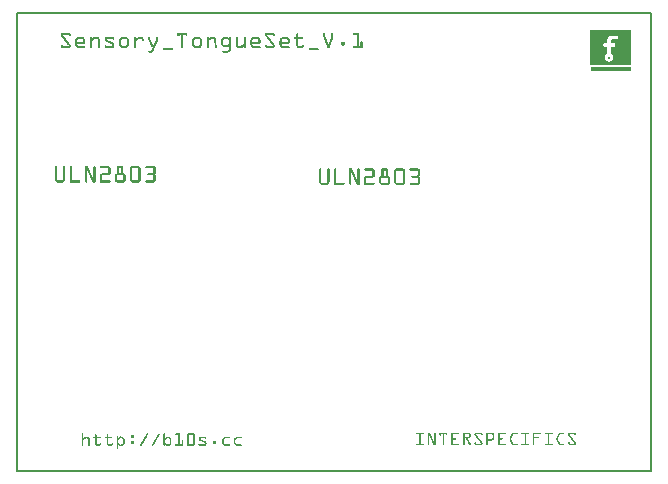
<source format=gto>
G04 MADE WITH FRITZING*
G04 WWW.FRITZING.ORG*
G04 DOUBLE SIDED*
G04 HOLES PLATED*
G04 CONTOUR ON CENTER OF CONTOUR VECTOR*
%ASAXBY*%
%FSLAX23Y23*%
%MOIN*%
%OFA0B0*%
%SFA1.0B1.0*%
%ADD10C,0.010197*%
%ADD11R,2.122220X1.535630X2.106220X1.519630*%
%ADD12C,0.008000*%
%ADD13R,0.134945X0.012124*%
%ADD14R,0.001000X0.001000*%
%LNSILK1*%
G90*
G70*
G54D10*
X1978Y1383D03*
G54D12*
X4Y1532D02*
X2118Y1532D01*
X2118Y4D01*
X4Y4D01*
X4Y1532D01*
D02*
G54D13*
X1982Y1344D03*
G54D14*
X1915Y1473D02*
X2049Y1473D01*
X1915Y1472D02*
X2049Y1472D01*
X1915Y1471D02*
X2049Y1471D01*
X1915Y1470D02*
X2049Y1470D01*
X1915Y1469D02*
X2049Y1469D01*
X1915Y1468D02*
X2049Y1468D01*
X1915Y1467D02*
X2049Y1467D01*
X154Y1466D02*
X176Y1466D01*
X539Y1466D02*
X571Y1466D01*
X835Y1466D02*
X858Y1466D01*
X1027Y1466D02*
X1030Y1466D01*
X1054Y1466D02*
X1056Y1466D01*
X1124Y1466D02*
X1142Y1466D01*
X1915Y1466D02*
X2049Y1466D01*
X153Y1465D02*
X178Y1465D01*
X539Y1465D02*
X571Y1465D01*
X834Y1465D02*
X859Y1465D01*
X1026Y1465D02*
X1031Y1465D01*
X1053Y1465D02*
X1057Y1465D01*
X1123Y1465D02*
X1142Y1465D01*
X1915Y1465D02*
X2049Y1465D01*
X152Y1464D02*
X179Y1464D01*
X539Y1464D02*
X571Y1464D01*
X833Y1464D02*
X861Y1464D01*
X1026Y1464D02*
X1031Y1464D01*
X1052Y1464D02*
X1058Y1464D01*
X1123Y1464D02*
X1142Y1464D01*
X1915Y1464D02*
X2049Y1464D01*
X151Y1463D02*
X180Y1463D01*
X539Y1463D02*
X571Y1463D01*
X832Y1463D02*
X861Y1463D01*
X936Y1463D02*
X939Y1463D01*
X1025Y1463D02*
X1031Y1463D01*
X1052Y1463D02*
X1058Y1463D01*
X1123Y1463D02*
X1142Y1463D01*
X1915Y1463D02*
X2049Y1463D01*
X150Y1462D02*
X181Y1462D01*
X539Y1462D02*
X571Y1462D01*
X831Y1462D02*
X862Y1462D01*
X935Y1462D02*
X940Y1462D01*
X1025Y1462D02*
X1031Y1462D01*
X1052Y1462D02*
X1058Y1462D01*
X1123Y1462D02*
X1142Y1462D01*
X1915Y1462D02*
X2049Y1462D01*
X150Y1461D02*
X182Y1461D01*
X539Y1461D02*
X571Y1461D01*
X831Y1461D02*
X863Y1461D01*
X935Y1461D02*
X940Y1461D01*
X1025Y1461D02*
X1031Y1461D01*
X1052Y1461D02*
X1058Y1461D01*
X1124Y1461D02*
X1142Y1461D01*
X1915Y1461D02*
X2049Y1461D01*
X150Y1460D02*
X182Y1460D01*
X539Y1460D02*
X571Y1460D01*
X831Y1460D02*
X863Y1460D01*
X935Y1460D02*
X941Y1460D01*
X1025Y1460D02*
X1031Y1460D01*
X1052Y1460D02*
X1058Y1460D01*
X1125Y1460D02*
X1142Y1460D01*
X1915Y1460D02*
X2049Y1460D01*
X150Y1459D02*
X156Y1459D01*
X176Y1459D02*
X182Y1459D01*
X539Y1459D02*
X545Y1459D01*
X552Y1459D02*
X558Y1459D01*
X566Y1459D02*
X571Y1459D01*
X831Y1459D02*
X837Y1459D01*
X857Y1459D02*
X863Y1459D01*
X935Y1459D02*
X941Y1459D01*
X1025Y1459D02*
X1031Y1459D01*
X1052Y1459D02*
X1058Y1459D01*
X1136Y1459D02*
X1142Y1459D01*
X1915Y1459D02*
X2049Y1459D01*
X150Y1458D02*
X156Y1458D01*
X176Y1458D02*
X182Y1458D01*
X539Y1458D02*
X545Y1458D01*
X552Y1458D02*
X558Y1458D01*
X566Y1458D02*
X571Y1458D01*
X831Y1458D02*
X837Y1458D01*
X857Y1458D02*
X863Y1458D01*
X935Y1458D02*
X941Y1458D01*
X1025Y1458D02*
X1031Y1458D01*
X1052Y1458D02*
X1058Y1458D01*
X1136Y1458D02*
X1142Y1458D01*
X1915Y1458D02*
X2049Y1458D01*
X150Y1457D02*
X157Y1457D01*
X177Y1457D02*
X182Y1457D01*
X539Y1457D02*
X545Y1457D01*
X552Y1457D02*
X558Y1457D01*
X566Y1457D02*
X571Y1457D01*
X831Y1457D02*
X838Y1457D01*
X858Y1457D02*
X863Y1457D01*
X935Y1457D02*
X941Y1457D01*
X1025Y1457D02*
X1031Y1457D01*
X1052Y1457D02*
X1058Y1457D01*
X1136Y1457D02*
X1142Y1457D01*
X1915Y1457D02*
X2049Y1457D01*
X150Y1456D02*
X158Y1456D01*
X177Y1456D02*
X182Y1456D01*
X539Y1456D02*
X544Y1456D01*
X552Y1456D02*
X558Y1456D01*
X566Y1456D02*
X571Y1456D01*
X832Y1456D02*
X839Y1456D01*
X858Y1456D02*
X863Y1456D01*
X935Y1456D02*
X941Y1456D01*
X1025Y1456D02*
X1031Y1456D01*
X1052Y1456D02*
X1058Y1456D01*
X1136Y1456D02*
X1142Y1456D01*
X1915Y1456D02*
X1984Y1456D01*
X2003Y1456D02*
X2049Y1456D01*
X151Y1455D02*
X158Y1455D01*
X178Y1455D02*
X181Y1455D01*
X540Y1455D02*
X543Y1455D01*
X552Y1455D02*
X558Y1455D01*
X567Y1455D02*
X570Y1455D01*
X832Y1455D02*
X840Y1455D01*
X859Y1455D02*
X862Y1455D01*
X935Y1455D02*
X941Y1455D01*
X1025Y1455D02*
X1031Y1455D01*
X1052Y1455D02*
X1058Y1455D01*
X1136Y1455D02*
X1142Y1455D01*
X1915Y1455D02*
X1981Y1455D01*
X2006Y1455D02*
X2049Y1455D01*
X152Y1454D02*
X159Y1454D01*
X552Y1454D02*
X558Y1454D01*
X833Y1454D02*
X840Y1454D01*
X935Y1454D02*
X941Y1454D01*
X1025Y1454D02*
X1031Y1454D01*
X1052Y1454D02*
X1058Y1454D01*
X1136Y1454D02*
X1142Y1454D01*
X1915Y1454D02*
X1979Y1454D01*
X2007Y1454D02*
X2049Y1454D01*
X152Y1453D02*
X160Y1453D01*
X552Y1453D02*
X558Y1453D01*
X833Y1453D02*
X841Y1453D01*
X935Y1453D02*
X941Y1453D01*
X1025Y1453D02*
X1031Y1453D01*
X1052Y1453D02*
X1058Y1453D01*
X1136Y1453D02*
X1142Y1453D01*
X1915Y1453D02*
X1977Y1453D01*
X2007Y1453D02*
X2049Y1453D01*
X153Y1452D02*
X161Y1452D01*
X208Y1452D02*
X221Y1452D01*
X249Y1452D02*
X251Y1452D01*
X263Y1452D02*
X271Y1452D01*
X303Y1452D02*
X321Y1452D01*
X354Y1452D02*
X367Y1452D01*
X395Y1452D02*
X397Y1452D01*
X408Y1452D02*
X418Y1452D01*
X444Y1452D02*
X446Y1452D01*
X470Y1452D02*
X472Y1452D01*
X552Y1452D02*
X558Y1452D01*
X597Y1452D02*
X610Y1452D01*
X638Y1452D02*
X640Y1452D01*
X652Y1452D02*
X661Y1452D01*
X695Y1452D02*
X704Y1452D01*
X714Y1452D02*
X715Y1452D01*
X735Y1452D02*
X737Y1452D01*
X762Y1452D02*
X764Y1452D01*
X792Y1452D02*
X805Y1452D01*
X834Y1452D02*
X842Y1452D01*
X889Y1452D02*
X902Y1452D01*
X930Y1452D02*
X955Y1452D01*
X1025Y1452D02*
X1031Y1452D01*
X1052Y1452D02*
X1058Y1452D01*
X1136Y1452D02*
X1142Y1452D01*
X1915Y1452D02*
X1976Y1452D01*
X2008Y1452D02*
X2049Y1452D01*
X154Y1451D02*
X162Y1451D01*
X206Y1451D02*
X223Y1451D01*
X248Y1451D02*
X252Y1451D01*
X261Y1451D02*
X274Y1451D01*
X300Y1451D02*
X324Y1451D01*
X352Y1451D02*
X369Y1451D01*
X394Y1451D02*
X398Y1451D01*
X407Y1451D02*
X420Y1451D01*
X442Y1451D02*
X447Y1451D01*
X469Y1451D02*
X473Y1451D01*
X552Y1451D02*
X558Y1451D01*
X595Y1451D02*
X613Y1451D01*
X637Y1451D02*
X641Y1451D01*
X650Y1451D02*
X663Y1451D01*
X692Y1451D02*
X706Y1451D01*
X712Y1451D02*
X717Y1451D01*
X734Y1451D02*
X739Y1451D01*
X761Y1451D02*
X765Y1451D01*
X790Y1451D02*
X807Y1451D01*
X835Y1451D02*
X843Y1451D01*
X887Y1451D02*
X905Y1451D01*
X929Y1451D02*
X957Y1451D01*
X1026Y1451D02*
X1032Y1451D01*
X1052Y1451D02*
X1058Y1451D01*
X1136Y1451D02*
X1142Y1451D01*
X1915Y1451D02*
X1975Y1451D01*
X2008Y1451D02*
X2049Y1451D01*
X155Y1450D02*
X162Y1450D01*
X204Y1450D02*
X225Y1450D01*
X247Y1450D02*
X253Y1450D01*
X259Y1450D02*
X275Y1450D01*
X299Y1450D02*
X325Y1450D01*
X350Y1450D02*
X371Y1450D01*
X393Y1450D02*
X399Y1450D01*
X406Y1450D02*
X422Y1450D01*
X442Y1450D02*
X447Y1450D01*
X468Y1450D02*
X474Y1450D01*
X552Y1450D02*
X558Y1450D01*
X594Y1450D02*
X614Y1450D01*
X636Y1450D02*
X642Y1450D01*
X648Y1450D02*
X664Y1450D01*
X691Y1450D02*
X708Y1450D01*
X712Y1450D02*
X717Y1450D01*
X734Y1450D02*
X739Y1450D01*
X760Y1450D02*
X766Y1450D01*
X788Y1450D02*
X809Y1450D01*
X836Y1450D02*
X843Y1450D01*
X886Y1450D02*
X906Y1450D01*
X928Y1450D02*
X957Y1450D01*
X1026Y1450D02*
X1032Y1450D01*
X1051Y1450D02*
X1057Y1450D01*
X1136Y1450D02*
X1142Y1450D01*
X1915Y1450D02*
X1974Y1450D01*
X2008Y1450D02*
X2049Y1450D01*
X155Y1449D02*
X163Y1449D01*
X203Y1449D02*
X226Y1449D01*
X247Y1449D02*
X253Y1449D01*
X257Y1449D02*
X276Y1449D01*
X298Y1449D02*
X326Y1449D01*
X349Y1449D02*
X372Y1449D01*
X393Y1449D02*
X399Y1449D01*
X404Y1449D02*
X423Y1449D01*
X442Y1449D02*
X447Y1449D01*
X468Y1449D02*
X474Y1449D01*
X552Y1449D02*
X558Y1449D01*
X592Y1449D02*
X615Y1449D01*
X636Y1449D02*
X642Y1449D01*
X647Y1449D02*
X665Y1449D01*
X690Y1449D02*
X709Y1449D01*
X712Y1449D02*
X717Y1449D01*
X734Y1449D02*
X739Y1449D01*
X760Y1449D02*
X766Y1449D01*
X787Y1449D02*
X810Y1449D01*
X836Y1449D02*
X844Y1449D01*
X884Y1449D02*
X907Y1449D01*
X928Y1449D02*
X957Y1449D01*
X1026Y1449D02*
X1033Y1449D01*
X1051Y1449D02*
X1057Y1449D01*
X1136Y1449D02*
X1142Y1449D01*
X1915Y1449D02*
X1973Y1449D01*
X2008Y1449D02*
X2049Y1449D01*
X156Y1448D02*
X164Y1448D01*
X202Y1448D02*
X227Y1448D01*
X247Y1448D02*
X253Y1448D01*
X256Y1448D02*
X277Y1448D01*
X298Y1448D02*
X327Y1448D01*
X348Y1448D02*
X373Y1448D01*
X393Y1448D02*
X399Y1448D01*
X403Y1448D02*
X424Y1448D01*
X442Y1448D02*
X447Y1448D01*
X468Y1448D02*
X474Y1448D01*
X552Y1448D02*
X558Y1448D01*
X591Y1448D02*
X616Y1448D01*
X636Y1448D02*
X642Y1448D01*
X645Y1448D02*
X666Y1448D01*
X689Y1448D02*
X717Y1448D01*
X734Y1448D02*
X739Y1448D01*
X760Y1448D02*
X766Y1448D01*
X786Y1448D02*
X811Y1448D01*
X837Y1448D02*
X845Y1448D01*
X883Y1448D02*
X908Y1448D01*
X928Y1448D02*
X957Y1448D01*
X1027Y1448D02*
X1033Y1448D01*
X1050Y1448D02*
X1057Y1448D01*
X1136Y1448D02*
X1142Y1448D01*
X1915Y1448D02*
X1973Y1448D01*
X2008Y1448D02*
X2049Y1448D01*
X157Y1447D02*
X165Y1447D01*
X201Y1447D02*
X228Y1447D01*
X247Y1447D02*
X277Y1447D01*
X297Y1447D02*
X327Y1447D01*
X347Y1447D02*
X374Y1447D01*
X393Y1447D02*
X399Y1447D01*
X402Y1447D02*
X424Y1447D01*
X442Y1447D02*
X447Y1447D01*
X468Y1447D02*
X474Y1447D01*
X552Y1447D02*
X558Y1447D01*
X590Y1447D02*
X617Y1447D01*
X636Y1447D02*
X667Y1447D01*
X688Y1447D02*
X717Y1447D01*
X734Y1447D02*
X739Y1447D01*
X760Y1447D02*
X766Y1447D01*
X785Y1447D02*
X812Y1447D01*
X838Y1447D02*
X846Y1447D01*
X882Y1447D02*
X909Y1447D01*
X929Y1447D02*
X957Y1447D01*
X1027Y1447D02*
X1033Y1447D01*
X1050Y1447D02*
X1056Y1447D01*
X1136Y1447D02*
X1142Y1447D01*
X1915Y1447D02*
X1972Y1447D01*
X2007Y1447D02*
X2049Y1447D01*
X158Y1446D02*
X165Y1446D01*
X200Y1446D02*
X229Y1446D01*
X247Y1446D02*
X278Y1446D01*
X297Y1446D02*
X327Y1446D01*
X346Y1446D02*
X375Y1446D01*
X393Y1446D02*
X399Y1446D01*
X401Y1446D02*
X425Y1446D01*
X442Y1446D02*
X447Y1446D01*
X468Y1446D02*
X474Y1446D01*
X552Y1446D02*
X558Y1446D01*
X590Y1446D02*
X618Y1446D01*
X636Y1446D02*
X667Y1446D01*
X687Y1446D02*
X717Y1446D01*
X734Y1446D02*
X739Y1446D01*
X760Y1446D02*
X766Y1446D01*
X784Y1446D02*
X813Y1446D01*
X839Y1446D02*
X847Y1446D01*
X881Y1446D02*
X910Y1446D01*
X930Y1446D02*
X955Y1446D01*
X1027Y1446D02*
X1034Y1446D01*
X1050Y1446D02*
X1056Y1446D01*
X1136Y1446D02*
X1142Y1446D01*
X1915Y1446D02*
X1972Y1446D01*
X2006Y1446D02*
X2049Y1446D01*
X158Y1445D02*
X166Y1445D01*
X200Y1445D02*
X208Y1445D01*
X221Y1445D02*
X230Y1445D01*
X247Y1445D02*
X263Y1445D01*
X271Y1445D02*
X278Y1445D01*
X297Y1445D02*
X303Y1445D01*
X321Y1445D02*
X327Y1445D01*
X346Y1445D02*
X354Y1445D01*
X367Y1445D02*
X376Y1445D01*
X393Y1445D02*
X409Y1445D01*
X418Y1445D02*
X425Y1445D01*
X442Y1445D02*
X447Y1445D01*
X468Y1445D02*
X474Y1445D01*
X552Y1445D02*
X558Y1445D01*
X589Y1445D02*
X597Y1445D01*
X611Y1445D02*
X619Y1445D01*
X636Y1445D02*
X652Y1445D01*
X661Y1445D02*
X668Y1445D01*
X686Y1445D02*
X695Y1445D01*
X704Y1445D02*
X717Y1445D01*
X734Y1445D02*
X739Y1445D01*
X760Y1445D02*
X766Y1445D01*
X784Y1445D02*
X792Y1445D01*
X805Y1445D02*
X813Y1445D01*
X840Y1445D02*
X847Y1445D01*
X881Y1445D02*
X889Y1445D01*
X902Y1445D02*
X911Y1445D01*
X935Y1445D02*
X941Y1445D01*
X1028Y1445D02*
X1034Y1445D01*
X1049Y1445D02*
X1056Y1445D01*
X1136Y1445D02*
X1142Y1445D01*
X1915Y1445D02*
X1971Y1445D01*
X2005Y1445D02*
X2049Y1445D01*
X159Y1444D02*
X167Y1444D01*
X199Y1444D02*
X207Y1444D01*
X223Y1444D02*
X230Y1444D01*
X247Y1444D02*
X261Y1444D01*
X272Y1444D02*
X279Y1444D01*
X297Y1444D02*
X302Y1444D01*
X323Y1444D02*
X327Y1444D01*
X345Y1444D02*
X353Y1444D01*
X369Y1444D02*
X376Y1444D01*
X393Y1444D02*
X408Y1444D01*
X419Y1444D02*
X425Y1444D01*
X442Y1444D02*
X447Y1444D01*
X468Y1444D02*
X474Y1444D01*
X552Y1444D02*
X558Y1444D01*
X588Y1444D02*
X596Y1444D01*
X612Y1444D02*
X619Y1444D01*
X636Y1444D02*
X651Y1444D01*
X661Y1444D02*
X668Y1444D01*
X686Y1444D02*
X693Y1444D01*
X706Y1444D02*
X717Y1444D01*
X734Y1444D02*
X739Y1444D01*
X760Y1444D02*
X766Y1444D01*
X783Y1444D02*
X791Y1444D01*
X807Y1444D02*
X814Y1444D01*
X840Y1444D02*
X848Y1444D01*
X880Y1444D02*
X888Y1444D01*
X904Y1444D02*
X911Y1444D01*
X935Y1444D02*
X941Y1444D01*
X1028Y1444D02*
X1035Y1444D01*
X1049Y1444D02*
X1055Y1444D01*
X1136Y1444D02*
X1142Y1444D01*
X1915Y1444D02*
X1971Y1444D01*
X1991Y1444D02*
X2049Y1444D01*
X160Y1443D02*
X168Y1443D01*
X199Y1443D02*
X206Y1443D01*
X224Y1443D02*
X230Y1443D01*
X247Y1443D02*
X260Y1443D01*
X273Y1443D02*
X279Y1443D01*
X297Y1443D02*
X302Y1443D01*
X324Y1443D02*
X325Y1443D01*
X345Y1443D02*
X352Y1443D01*
X370Y1443D02*
X376Y1443D01*
X393Y1443D02*
X407Y1443D01*
X420Y1443D02*
X425Y1443D01*
X442Y1443D02*
X448Y1443D01*
X468Y1443D02*
X474Y1443D01*
X552Y1443D02*
X558Y1443D01*
X588Y1443D02*
X595Y1443D01*
X613Y1443D02*
X620Y1443D01*
X636Y1443D02*
X649Y1443D01*
X662Y1443D02*
X668Y1443D01*
X685Y1443D02*
X692Y1443D01*
X707Y1443D02*
X717Y1443D01*
X734Y1443D02*
X739Y1443D01*
X760Y1443D02*
X766Y1443D01*
X783Y1443D02*
X789Y1443D01*
X808Y1443D02*
X814Y1443D01*
X841Y1443D02*
X849Y1443D01*
X880Y1443D02*
X887Y1443D01*
X905Y1443D02*
X912Y1443D01*
X935Y1443D02*
X941Y1443D01*
X1029Y1443D02*
X1035Y1443D01*
X1048Y1443D02*
X1055Y1443D01*
X1136Y1443D02*
X1142Y1443D01*
X1915Y1443D02*
X1971Y1443D01*
X1986Y1443D02*
X2049Y1443D01*
X161Y1442D02*
X169Y1442D01*
X199Y1442D02*
X205Y1442D01*
X225Y1442D02*
X231Y1442D01*
X247Y1442D02*
X258Y1442D01*
X273Y1442D02*
X279Y1442D01*
X297Y1442D02*
X303Y1442D01*
X345Y1442D02*
X351Y1442D01*
X370Y1442D02*
X377Y1442D01*
X393Y1442D02*
X406Y1442D01*
X420Y1442D02*
X426Y1442D01*
X442Y1442D02*
X448Y1442D01*
X467Y1442D02*
X474Y1442D01*
X552Y1442D02*
X558Y1442D01*
X588Y1442D02*
X594Y1442D01*
X614Y1442D02*
X620Y1442D01*
X636Y1442D02*
X647Y1442D01*
X662Y1442D02*
X668Y1442D01*
X685Y1442D02*
X691Y1442D01*
X708Y1442D02*
X717Y1442D01*
X734Y1442D02*
X740Y1442D01*
X760Y1442D02*
X766Y1442D01*
X782Y1442D02*
X789Y1442D01*
X808Y1442D02*
X815Y1442D01*
X842Y1442D02*
X850Y1442D01*
X880Y1442D02*
X886Y1442D01*
X906Y1442D02*
X912Y1442D01*
X935Y1442D02*
X941Y1442D01*
X1029Y1442D02*
X1035Y1442D01*
X1048Y1442D02*
X1054Y1442D01*
X1136Y1442D02*
X1142Y1442D01*
X1915Y1442D02*
X1971Y1442D01*
X1985Y1442D02*
X2049Y1442D01*
X162Y1441D02*
X169Y1441D01*
X198Y1441D02*
X204Y1441D01*
X225Y1441D02*
X231Y1441D01*
X247Y1441D02*
X257Y1441D01*
X273Y1441D02*
X279Y1441D01*
X297Y1441D02*
X306Y1441D01*
X344Y1441D02*
X350Y1441D01*
X371Y1441D02*
X377Y1441D01*
X393Y1441D02*
X405Y1441D01*
X420Y1441D02*
X426Y1441D01*
X442Y1441D02*
X449Y1441D01*
X467Y1441D02*
X473Y1441D01*
X552Y1441D02*
X558Y1441D01*
X588Y1441D02*
X594Y1441D01*
X614Y1441D02*
X620Y1441D01*
X636Y1441D02*
X646Y1441D01*
X662Y1441D02*
X668Y1441D01*
X685Y1441D02*
X691Y1441D01*
X709Y1441D02*
X717Y1441D01*
X734Y1441D02*
X740Y1441D01*
X760Y1441D02*
X766Y1441D01*
X782Y1441D02*
X788Y1441D01*
X809Y1441D02*
X815Y1441D01*
X843Y1441D02*
X850Y1441D01*
X880Y1441D02*
X885Y1441D01*
X906Y1441D02*
X912Y1441D01*
X935Y1441D02*
X941Y1441D01*
X1029Y1441D02*
X1036Y1441D01*
X1048Y1441D02*
X1054Y1441D01*
X1136Y1441D02*
X1142Y1441D01*
X1915Y1441D02*
X1971Y1441D01*
X1984Y1441D02*
X2049Y1441D01*
X162Y1440D02*
X170Y1440D01*
X198Y1440D02*
X204Y1440D01*
X225Y1440D02*
X231Y1440D01*
X247Y1440D02*
X255Y1440D01*
X273Y1440D02*
X279Y1440D01*
X298Y1440D02*
X308Y1440D01*
X344Y1440D02*
X350Y1440D01*
X371Y1440D02*
X377Y1440D01*
X393Y1440D02*
X403Y1440D01*
X420Y1440D02*
X425Y1440D01*
X443Y1440D02*
X449Y1440D01*
X467Y1440D02*
X473Y1440D01*
X552Y1440D02*
X558Y1440D01*
X588Y1440D02*
X593Y1440D01*
X614Y1440D02*
X620Y1440D01*
X636Y1440D02*
X644Y1440D01*
X662Y1440D02*
X668Y1440D01*
X685Y1440D02*
X691Y1440D01*
X710Y1440D02*
X717Y1440D01*
X734Y1440D02*
X740Y1440D01*
X760Y1440D02*
X766Y1440D01*
X782Y1440D02*
X788Y1440D01*
X809Y1440D02*
X815Y1440D01*
X843Y1440D02*
X851Y1440D01*
X880Y1440D02*
X885Y1440D01*
X906Y1440D02*
X912Y1440D01*
X935Y1440D02*
X941Y1440D01*
X1030Y1440D02*
X1036Y1440D01*
X1047Y1440D02*
X1054Y1440D01*
X1136Y1440D02*
X1142Y1440D01*
X1915Y1440D02*
X1970Y1440D01*
X1984Y1440D02*
X2049Y1440D01*
X163Y1439D02*
X171Y1439D01*
X198Y1439D02*
X204Y1439D01*
X225Y1439D02*
X231Y1439D01*
X247Y1439D02*
X254Y1439D01*
X273Y1439D02*
X279Y1439D01*
X298Y1439D02*
X310Y1439D01*
X344Y1439D02*
X350Y1439D01*
X371Y1439D02*
X377Y1439D01*
X393Y1439D02*
X402Y1439D01*
X420Y1439D02*
X425Y1439D01*
X443Y1439D02*
X450Y1439D01*
X466Y1439D02*
X473Y1439D01*
X552Y1439D02*
X558Y1439D01*
X588Y1439D02*
X593Y1439D01*
X614Y1439D02*
X620Y1439D01*
X636Y1439D02*
X643Y1439D01*
X662Y1439D02*
X668Y1439D01*
X685Y1439D02*
X691Y1439D01*
X711Y1439D02*
X717Y1439D01*
X734Y1439D02*
X740Y1439D01*
X760Y1439D02*
X766Y1439D01*
X782Y1439D02*
X788Y1439D01*
X809Y1439D02*
X815Y1439D01*
X844Y1439D02*
X852Y1439D01*
X879Y1439D02*
X885Y1439D01*
X906Y1439D02*
X912Y1439D01*
X935Y1439D02*
X941Y1439D01*
X1030Y1439D02*
X1037Y1439D01*
X1047Y1439D02*
X1053Y1439D01*
X1136Y1439D02*
X1142Y1439D01*
X1915Y1439D02*
X1970Y1439D01*
X1984Y1439D02*
X2049Y1439D01*
X164Y1438D02*
X172Y1438D01*
X198Y1438D02*
X204Y1438D01*
X225Y1438D02*
X231Y1438D01*
X247Y1438D02*
X253Y1438D01*
X273Y1438D02*
X279Y1438D01*
X299Y1438D02*
X313Y1438D01*
X344Y1438D02*
X350Y1438D01*
X371Y1438D02*
X377Y1438D01*
X393Y1438D02*
X401Y1438D01*
X421Y1438D02*
X424Y1438D01*
X444Y1438D02*
X450Y1438D01*
X466Y1438D02*
X472Y1438D01*
X552Y1438D02*
X558Y1438D01*
X588Y1438D02*
X593Y1438D01*
X614Y1438D02*
X620Y1438D01*
X636Y1438D02*
X642Y1438D01*
X662Y1438D02*
X668Y1438D01*
X685Y1438D02*
X691Y1438D01*
X711Y1438D02*
X717Y1438D01*
X734Y1438D02*
X740Y1438D01*
X760Y1438D02*
X766Y1438D01*
X782Y1438D02*
X788Y1438D01*
X809Y1438D02*
X815Y1438D01*
X845Y1438D02*
X853Y1438D01*
X879Y1438D02*
X885Y1438D01*
X906Y1438D02*
X912Y1438D01*
X935Y1438D02*
X941Y1438D01*
X1031Y1438D02*
X1037Y1438D01*
X1046Y1438D02*
X1053Y1438D01*
X1136Y1438D02*
X1142Y1438D01*
X1152Y1438D02*
X1153Y1438D01*
X1915Y1438D02*
X1970Y1438D01*
X1984Y1438D02*
X2049Y1438D01*
X165Y1437D02*
X172Y1437D01*
X198Y1437D02*
X204Y1437D01*
X225Y1437D02*
X231Y1437D01*
X247Y1437D02*
X253Y1437D01*
X273Y1437D02*
X279Y1437D01*
X300Y1437D02*
X315Y1437D01*
X344Y1437D02*
X350Y1437D01*
X371Y1437D02*
X377Y1437D01*
X393Y1437D02*
X400Y1437D01*
X444Y1437D02*
X450Y1437D01*
X465Y1437D02*
X472Y1437D01*
X552Y1437D02*
X558Y1437D01*
X588Y1437D02*
X593Y1437D01*
X614Y1437D02*
X620Y1437D01*
X636Y1437D02*
X642Y1437D01*
X662Y1437D02*
X668Y1437D01*
X685Y1437D02*
X691Y1437D01*
X712Y1437D02*
X717Y1437D01*
X734Y1437D02*
X740Y1437D01*
X760Y1437D02*
X766Y1437D01*
X782Y1437D02*
X788Y1437D01*
X809Y1437D02*
X815Y1437D01*
X846Y1437D02*
X854Y1437D01*
X879Y1437D02*
X885Y1437D01*
X906Y1437D02*
X912Y1437D01*
X935Y1437D02*
X941Y1437D01*
X1031Y1437D02*
X1037Y1437D01*
X1046Y1437D02*
X1052Y1437D01*
X1136Y1437D02*
X1142Y1437D01*
X1150Y1437D02*
X1154Y1437D01*
X1915Y1437D02*
X1970Y1437D01*
X1984Y1437D02*
X2049Y1437D01*
X165Y1436D02*
X173Y1436D01*
X198Y1436D02*
X204Y1436D01*
X225Y1436D02*
X231Y1436D01*
X247Y1436D02*
X253Y1436D01*
X273Y1436D02*
X279Y1436D01*
X301Y1436D02*
X317Y1436D01*
X344Y1436D02*
X350Y1436D01*
X371Y1436D02*
X377Y1436D01*
X393Y1436D02*
X399Y1436D01*
X445Y1436D02*
X451Y1436D01*
X465Y1436D02*
X471Y1436D01*
X552Y1436D02*
X558Y1436D01*
X588Y1436D02*
X593Y1436D01*
X614Y1436D02*
X620Y1436D01*
X636Y1436D02*
X642Y1436D01*
X662Y1436D02*
X668Y1436D01*
X685Y1436D02*
X691Y1436D01*
X712Y1436D02*
X717Y1436D01*
X734Y1436D02*
X740Y1436D01*
X760Y1436D02*
X766Y1436D01*
X782Y1436D02*
X788Y1436D01*
X809Y1436D02*
X815Y1436D01*
X847Y1436D02*
X854Y1436D01*
X879Y1436D02*
X885Y1436D01*
X906Y1436D02*
X912Y1436D01*
X935Y1436D02*
X941Y1436D01*
X1031Y1436D02*
X1038Y1436D01*
X1046Y1436D02*
X1052Y1436D01*
X1136Y1436D02*
X1142Y1436D01*
X1150Y1436D02*
X1155Y1436D01*
X1915Y1436D02*
X1970Y1436D01*
X1984Y1436D02*
X2049Y1436D01*
X166Y1435D02*
X174Y1435D01*
X198Y1435D02*
X231Y1435D01*
X247Y1435D02*
X253Y1435D01*
X273Y1435D02*
X279Y1435D01*
X304Y1435D02*
X320Y1435D01*
X344Y1435D02*
X350Y1435D01*
X371Y1435D02*
X377Y1435D01*
X393Y1435D02*
X399Y1435D01*
X445Y1435D02*
X451Y1435D01*
X464Y1435D02*
X471Y1435D01*
X552Y1435D02*
X558Y1435D01*
X588Y1435D02*
X593Y1435D01*
X614Y1435D02*
X620Y1435D01*
X636Y1435D02*
X642Y1435D01*
X662Y1435D02*
X668Y1435D01*
X685Y1435D02*
X691Y1435D01*
X712Y1435D02*
X717Y1435D01*
X734Y1435D02*
X740Y1435D01*
X760Y1435D02*
X766Y1435D01*
X782Y1435D02*
X815Y1435D01*
X847Y1435D02*
X855Y1435D01*
X879Y1435D02*
X912Y1435D01*
X935Y1435D02*
X941Y1435D01*
X1032Y1435D02*
X1038Y1435D01*
X1045Y1435D02*
X1052Y1435D01*
X1086Y1435D02*
X1094Y1435D01*
X1136Y1435D02*
X1142Y1435D01*
X1150Y1435D02*
X1155Y1435D01*
X1915Y1435D02*
X1970Y1435D01*
X1984Y1435D02*
X2049Y1435D01*
X167Y1434D02*
X175Y1434D01*
X198Y1434D02*
X231Y1434D01*
X247Y1434D02*
X253Y1434D01*
X273Y1434D02*
X279Y1434D01*
X306Y1434D02*
X322Y1434D01*
X344Y1434D02*
X350Y1434D01*
X371Y1434D02*
X377Y1434D01*
X393Y1434D02*
X399Y1434D01*
X445Y1434D02*
X452Y1434D01*
X464Y1434D02*
X470Y1434D01*
X552Y1434D02*
X558Y1434D01*
X588Y1434D02*
X593Y1434D01*
X614Y1434D02*
X620Y1434D01*
X636Y1434D02*
X642Y1434D01*
X662Y1434D02*
X668Y1434D01*
X685Y1434D02*
X691Y1434D01*
X712Y1434D02*
X717Y1434D01*
X734Y1434D02*
X740Y1434D01*
X760Y1434D02*
X766Y1434D01*
X782Y1434D02*
X815Y1434D01*
X848Y1434D02*
X856Y1434D01*
X879Y1434D02*
X912Y1434D01*
X935Y1434D02*
X941Y1434D01*
X1032Y1434D02*
X1038Y1434D01*
X1045Y1434D02*
X1051Y1434D01*
X1085Y1434D02*
X1096Y1434D01*
X1136Y1434D02*
X1142Y1434D01*
X1149Y1434D02*
X1155Y1434D01*
X1915Y1434D02*
X1970Y1434D01*
X1984Y1434D02*
X2049Y1434D01*
X168Y1433D02*
X176Y1433D01*
X198Y1433D02*
X231Y1433D01*
X247Y1433D02*
X253Y1433D01*
X273Y1433D02*
X279Y1433D01*
X308Y1433D02*
X324Y1433D01*
X344Y1433D02*
X350Y1433D01*
X371Y1433D02*
X377Y1433D01*
X393Y1433D02*
X399Y1433D01*
X446Y1433D02*
X452Y1433D01*
X463Y1433D02*
X470Y1433D01*
X552Y1433D02*
X558Y1433D01*
X588Y1433D02*
X593Y1433D01*
X614Y1433D02*
X620Y1433D01*
X636Y1433D02*
X642Y1433D01*
X662Y1433D02*
X668Y1433D01*
X685Y1433D02*
X691Y1433D01*
X712Y1433D02*
X717Y1433D01*
X734Y1433D02*
X740Y1433D01*
X760Y1433D02*
X766Y1433D01*
X782Y1433D02*
X815Y1433D01*
X849Y1433D02*
X857Y1433D01*
X879Y1433D02*
X912Y1433D01*
X935Y1433D02*
X941Y1433D01*
X1032Y1433D02*
X1039Y1433D01*
X1045Y1433D02*
X1051Y1433D01*
X1084Y1433D02*
X1096Y1433D01*
X1136Y1433D02*
X1142Y1433D01*
X1149Y1433D02*
X1155Y1433D01*
X1915Y1433D02*
X1970Y1433D01*
X1984Y1433D02*
X2049Y1433D01*
X169Y1432D02*
X176Y1432D01*
X198Y1432D02*
X231Y1432D01*
X247Y1432D02*
X253Y1432D01*
X273Y1432D02*
X279Y1432D01*
X310Y1432D02*
X325Y1432D01*
X344Y1432D02*
X350Y1432D01*
X371Y1432D02*
X377Y1432D01*
X393Y1432D02*
X399Y1432D01*
X446Y1432D02*
X453Y1432D01*
X463Y1432D02*
X469Y1432D01*
X552Y1432D02*
X558Y1432D01*
X588Y1432D02*
X593Y1432D01*
X614Y1432D02*
X620Y1432D01*
X636Y1432D02*
X642Y1432D01*
X662Y1432D02*
X668Y1432D01*
X685Y1432D02*
X691Y1432D01*
X712Y1432D02*
X717Y1432D01*
X734Y1432D02*
X740Y1432D01*
X760Y1432D02*
X766Y1432D01*
X782Y1432D02*
X815Y1432D01*
X850Y1432D02*
X857Y1432D01*
X879Y1432D02*
X912Y1432D01*
X935Y1432D02*
X941Y1432D01*
X1033Y1432D02*
X1039Y1432D01*
X1044Y1432D02*
X1050Y1432D01*
X1084Y1432D02*
X1097Y1432D01*
X1136Y1432D02*
X1142Y1432D01*
X1149Y1432D02*
X1155Y1432D01*
X1915Y1432D02*
X1970Y1432D01*
X1984Y1432D02*
X2049Y1432D01*
X169Y1431D02*
X177Y1431D01*
X198Y1431D02*
X231Y1431D01*
X247Y1431D02*
X253Y1431D01*
X273Y1431D02*
X279Y1431D01*
X313Y1431D02*
X326Y1431D01*
X344Y1431D02*
X350Y1431D01*
X371Y1431D02*
X377Y1431D01*
X393Y1431D02*
X399Y1431D01*
X447Y1431D02*
X453Y1431D01*
X463Y1431D02*
X469Y1431D01*
X552Y1431D02*
X558Y1431D01*
X588Y1431D02*
X593Y1431D01*
X614Y1431D02*
X620Y1431D01*
X636Y1431D02*
X642Y1431D01*
X662Y1431D02*
X668Y1431D01*
X685Y1431D02*
X691Y1431D01*
X711Y1431D02*
X717Y1431D01*
X734Y1431D02*
X740Y1431D01*
X760Y1431D02*
X766Y1431D01*
X782Y1431D02*
X815Y1431D01*
X850Y1431D02*
X858Y1431D01*
X879Y1431D02*
X912Y1431D01*
X935Y1431D02*
X941Y1431D01*
X1033Y1431D02*
X1040Y1431D01*
X1044Y1431D02*
X1050Y1431D01*
X1084Y1431D02*
X1097Y1431D01*
X1136Y1431D02*
X1142Y1431D01*
X1149Y1431D02*
X1155Y1431D01*
X1915Y1431D02*
X1963Y1431D01*
X1994Y1431D02*
X2049Y1431D01*
X170Y1430D02*
X178Y1430D01*
X198Y1430D02*
X230Y1430D01*
X247Y1430D02*
X253Y1430D01*
X273Y1430D02*
X279Y1430D01*
X315Y1430D02*
X326Y1430D01*
X344Y1430D02*
X350Y1430D01*
X371Y1430D02*
X377Y1430D01*
X393Y1430D02*
X399Y1430D01*
X447Y1430D02*
X454Y1430D01*
X462Y1430D02*
X469Y1430D01*
X552Y1430D02*
X558Y1430D01*
X588Y1430D02*
X593Y1430D01*
X614Y1430D02*
X620Y1430D01*
X636Y1430D02*
X642Y1430D01*
X663Y1430D02*
X668Y1430D01*
X685Y1430D02*
X691Y1430D01*
X711Y1430D02*
X717Y1430D01*
X734Y1430D02*
X740Y1430D01*
X760Y1430D02*
X766Y1430D01*
X782Y1430D02*
X814Y1430D01*
X851Y1430D02*
X859Y1430D01*
X879Y1430D02*
X911Y1430D01*
X935Y1430D02*
X941Y1430D01*
X1034Y1430D02*
X1040Y1430D01*
X1043Y1430D02*
X1050Y1430D01*
X1084Y1430D02*
X1097Y1430D01*
X1136Y1430D02*
X1142Y1430D01*
X1149Y1430D02*
X1155Y1430D01*
X1915Y1430D02*
X1961Y1430D01*
X1996Y1430D02*
X2049Y1430D01*
X171Y1429D02*
X179Y1429D01*
X198Y1429D02*
X229Y1429D01*
X247Y1429D02*
X253Y1429D01*
X273Y1429D02*
X279Y1429D01*
X317Y1429D02*
X327Y1429D01*
X344Y1429D02*
X350Y1429D01*
X371Y1429D02*
X377Y1429D01*
X393Y1429D02*
X399Y1429D01*
X448Y1429D02*
X454Y1429D01*
X462Y1429D02*
X468Y1429D01*
X552Y1429D02*
X558Y1429D01*
X588Y1429D02*
X593Y1429D01*
X614Y1429D02*
X620Y1429D01*
X636Y1429D02*
X642Y1429D01*
X663Y1429D02*
X668Y1429D01*
X685Y1429D02*
X691Y1429D01*
X710Y1429D02*
X717Y1429D01*
X734Y1429D02*
X740Y1429D01*
X760Y1429D02*
X766Y1429D01*
X782Y1429D02*
X813Y1429D01*
X852Y1429D02*
X860Y1429D01*
X879Y1429D02*
X910Y1429D01*
X935Y1429D02*
X941Y1429D01*
X1034Y1429D02*
X1040Y1429D01*
X1043Y1429D02*
X1049Y1429D01*
X1084Y1429D02*
X1097Y1429D01*
X1136Y1429D02*
X1142Y1429D01*
X1149Y1429D02*
X1155Y1429D01*
X1915Y1429D02*
X1959Y1429D01*
X1998Y1429D02*
X2049Y1429D01*
X172Y1428D02*
X179Y1428D01*
X198Y1428D02*
X204Y1428D01*
X247Y1428D02*
X253Y1428D01*
X273Y1428D02*
X279Y1428D01*
X320Y1428D02*
X327Y1428D01*
X344Y1428D02*
X350Y1428D01*
X371Y1428D02*
X377Y1428D01*
X393Y1428D02*
X399Y1428D01*
X448Y1428D02*
X454Y1428D01*
X461Y1428D02*
X468Y1428D01*
X552Y1428D02*
X558Y1428D01*
X588Y1428D02*
X593Y1428D01*
X614Y1428D02*
X620Y1428D01*
X636Y1428D02*
X642Y1428D01*
X663Y1428D02*
X668Y1428D01*
X685Y1428D02*
X691Y1428D01*
X709Y1428D02*
X717Y1428D01*
X734Y1428D02*
X740Y1428D01*
X760Y1428D02*
X766Y1428D01*
X782Y1428D02*
X788Y1428D01*
X853Y1428D02*
X861Y1428D01*
X879Y1428D02*
X885Y1428D01*
X935Y1428D02*
X941Y1428D01*
X1034Y1428D02*
X1041Y1428D01*
X1043Y1428D02*
X1049Y1428D01*
X1084Y1428D02*
X1097Y1428D01*
X1136Y1428D02*
X1142Y1428D01*
X1149Y1428D02*
X1155Y1428D01*
X1915Y1428D02*
X1959Y1428D01*
X1998Y1428D02*
X2049Y1428D01*
X172Y1427D02*
X180Y1427D01*
X198Y1427D02*
X204Y1427D01*
X247Y1427D02*
X253Y1427D01*
X273Y1427D02*
X279Y1427D01*
X321Y1427D02*
X328Y1427D01*
X344Y1427D02*
X350Y1427D01*
X371Y1427D02*
X377Y1427D01*
X393Y1427D02*
X399Y1427D01*
X448Y1427D02*
X455Y1427D01*
X461Y1427D02*
X467Y1427D01*
X552Y1427D02*
X558Y1427D01*
X588Y1427D02*
X593Y1427D01*
X614Y1427D02*
X620Y1427D01*
X636Y1427D02*
X642Y1427D01*
X663Y1427D02*
X668Y1427D01*
X685Y1427D02*
X691Y1427D01*
X707Y1427D02*
X717Y1427D01*
X734Y1427D02*
X740Y1427D01*
X759Y1427D02*
X766Y1427D01*
X782Y1427D02*
X788Y1427D01*
X854Y1427D02*
X861Y1427D01*
X879Y1427D02*
X885Y1427D01*
X935Y1427D02*
X941Y1427D01*
X1035Y1427D02*
X1049Y1427D01*
X1084Y1427D02*
X1097Y1427D01*
X1136Y1427D02*
X1142Y1427D01*
X1149Y1427D02*
X1155Y1427D01*
X1915Y1427D02*
X1958Y1427D01*
X1999Y1427D02*
X2049Y1427D01*
X151Y1426D02*
X154Y1426D01*
X173Y1426D02*
X181Y1426D01*
X198Y1426D02*
X204Y1426D01*
X247Y1426D02*
X253Y1426D01*
X273Y1426D02*
X279Y1426D01*
X322Y1426D02*
X328Y1426D01*
X344Y1426D02*
X350Y1426D01*
X371Y1426D02*
X377Y1426D01*
X393Y1426D02*
X399Y1426D01*
X449Y1426D02*
X455Y1426D01*
X460Y1426D02*
X467Y1426D01*
X552Y1426D02*
X558Y1426D01*
X588Y1426D02*
X593Y1426D01*
X614Y1426D02*
X620Y1426D01*
X636Y1426D02*
X642Y1426D01*
X663Y1426D02*
X668Y1426D01*
X685Y1426D02*
X692Y1426D01*
X706Y1426D02*
X717Y1426D01*
X734Y1426D02*
X740Y1426D01*
X757Y1426D02*
X766Y1426D01*
X782Y1426D02*
X788Y1426D01*
X832Y1426D02*
X835Y1426D01*
X854Y1426D02*
X862Y1426D01*
X880Y1426D02*
X885Y1426D01*
X935Y1426D02*
X941Y1426D01*
X956Y1426D02*
X959Y1426D01*
X1035Y1426D02*
X1048Y1426D01*
X1084Y1426D02*
X1097Y1426D01*
X1136Y1426D02*
X1142Y1426D01*
X1149Y1426D02*
X1155Y1426D01*
X1915Y1426D02*
X1958Y1426D01*
X1999Y1426D02*
X2049Y1426D01*
X150Y1425D02*
X155Y1425D01*
X174Y1425D02*
X181Y1425D01*
X199Y1425D02*
X205Y1425D01*
X247Y1425D02*
X253Y1425D01*
X273Y1425D02*
X279Y1425D01*
X322Y1425D02*
X328Y1425D01*
X344Y1425D02*
X351Y1425D01*
X371Y1425D02*
X377Y1425D01*
X393Y1425D02*
X399Y1425D01*
X449Y1425D02*
X456Y1425D01*
X460Y1425D02*
X466Y1425D01*
X552Y1425D02*
X558Y1425D01*
X588Y1425D02*
X594Y1425D01*
X614Y1425D02*
X620Y1425D01*
X636Y1425D02*
X642Y1425D01*
X663Y1425D02*
X668Y1425D01*
X686Y1425D02*
X694Y1425D01*
X705Y1425D02*
X717Y1425D01*
X734Y1425D02*
X740Y1425D01*
X756Y1425D02*
X766Y1425D01*
X782Y1425D02*
X788Y1425D01*
X831Y1425D02*
X836Y1425D01*
X855Y1425D02*
X863Y1425D01*
X880Y1425D02*
X886Y1425D01*
X935Y1425D02*
X941Y1425D01*
X955Y1425D02*
X960Y1425D01*
X1036Y1425D02*
X1048Y1425D01*
X1084Y1425D02*
X1096Y1425D01*
X1136Y1425D02*
X1142Y1425D01*
X1149Y1425D02*
X1155Y1425D01*
X1915Y1425D02*
X1958Y1425D01*
X1999Y1425D02*
X2049Y1425D01*
X150Y1424D02*
X155Y1424D01*
X175Y1424D02*
X182Y1424D01*
X199Y1424D02*
X205Y1424D01*
X247Y1424D02*
X253Y1424D01*
X274Y1424D02*
X279Y1424D01*
X322Y1424D02*
X328Y1424D01*
X345Y1424D02*
X351Y1424D01*
X370Y1424D02*
X377Y1424D01*
X393Y1424D02*
X399Y1424D01*
X450Y1424D02*
X456Y1424D01*
X459Y1424D02*
X466Y1424D01*
X552Y1424D02*
X558Y1424D01*
X588Y1424D02*
X594Y1424D01*
X613Y1424D02*
X620Y1424D01*
X636Y1424D02*
X642Y1424D01*
X663Y1424D02*
X668Y1424D01*
X686Y1424D02*
X696Y1424D01*
X703Y1424D02*
X717Y1424D01*
X734Y1424D02*
X740Y1424D01*
X754Y1424D02*
X766Y1424D01*
X782Y1424D02*
X789Y1424D01*
X831Y1424D02*
X837Y1424D01*
X856Y1424D02*
X863Y1424D01*
X880Y1424D02*
X886Y1424D01*
X935Y1424D02*
X941Y1424D01*
X955Y1424D02*
X961Y1424D01*
X1036Y1424D02*
X1047Y1424D01*
X1085Y1424D02*
X1096Y1424D01*
X1136Y1424D02*
X1142Y1424D01*
X1149Y1424D02*
X1155Y1424D01*
X1915Y1424D02*
X1958Y1424D01*
X1999Y1424D02*
X2049Y1424D01*
X150Y1423D02*
X156Y1423D01*
X176Y1423D02*
X182Y1423D01*
X199Y1423D02*
X206Y1423D01*
X247Y1423D02*
X253Y1423D01*
X274Y1423D02*
X279Y1423D01*
X297Y1423D02*
X300Y1423D01*
X322Y1423D02*
X328Y1423D01*
X345Y1423D02*
X352Y1423D01*
X369Y1423D02*
X376Y1423D01*
X393Y1423D02*
X399Y1423D01*
X450Y1423D02*
X466Y1423D01*
X552Y1423D02*
X558Y1423D01*
X588Y1423D02*
X595Y1423D01*
X612Y1423D02*
X620Y1423D01*
X636Y1423D02*
X642Y1423D01*
X663Y1423D02*
X669Y1423D01*
X687Y1423D02*
X717Y1423D01*
X734Y1423D02*
X740Y1423D01*
X752Y1423D02*
X766Y1423D01*
X783Y1423D02*
X790Y1423D01*
X831Y1423D02*
X837Y1423D01*
X857Y1423D02*
X863Y1423D01*
X880Y1423D02*
X887Y1423D01*
X935Y1423D02*
X941Y1423D01*
X955Y1423D02*
X961Y1423D01*
X1036Y1423D02*
X1047Y1423D01*
X1086Y1423D02*
X1094Y1423D01*
X1136Y1423D02*
X1142Y1423D01*
X1149Y1423D02*
X1155Y1423D01*
X1915Y1423D02*
X1958Y1423D01*
X1998Y1423D02*
X2049Y1423D01*
X150Y1422D02*
X156Y1422D01*
X176Y1422D02*
X182Y1422D01*
X199Y1422D02*
X207Y1422D01*
X247Y1422D02*
X253Y1422D01*
X274Y1422D02*
X279Y1422D01*
X296Y1422D02*
X302Y1422D01*
X321Y1422D02*
X328Y1422D01*
X345Y1422D02*
X353Y1422D01*
X368Y1422D02*
X376Y1422D01*
X393Y1422D02*
X399Y1422D01*
X451Y1422D02*
X465Y1422D01*
X552Y1422D02*
X558Y1422D01*
X589Y1422D02*
X597Y1422D01*
X611Y1422D02*
X619Y1422D01*
X636Y1422D02*
X642Y1422D01*
X663Y1422D02*
X669Y1422D01*
X688Y1422D02*
X717Y1422D01*
X735Y1422D02*
X741Y1422D01*
X751Y1422D02*
X766Y1422D01*
X783Y1422D02*
X791Y1422D01*
X831Y1422D02*
X837Y1422D01*
X857Y1422D02*
X863Y1422D01*
X880Y1422D02*
X889Y1422D01*
X935Y1422D02*
X942Y1422D01*
X954Y1422D02*
X960Y1422D01*
X1037Y1422D02*
X1047Y1422D01*
X1136Y1422D02*
X1142Y1422D01*
X1149Y1422D02*
X1155Y1422D01*
X1915Y1422D02*
X1959Y1422D01*
X1998Y1422D02*
X2049Y1422D01*
X150Y1421D02*
X158Y1421D01*
X175Y1421D02*
X182Y1421D01*
X200Y1421D02*
X210Y1421D01*
X247Y1421D02*
X253Y1421D01*
X274Y1421D02*
X279Y1421D01*
X296Y1421D02*
X304Y1421D01*
X319Y1421D02*
X327Y1421D01*
X346Y1421D02*
X356Y1421D01*
X365Y1421D02*
X375Y1421D01*
X393Y1421D02*
X399Y1421D01*
X451Y1421D02*
X465Y1421D01*
X552Y1421D02*
X558Y1421D01*
X589Y1421D02*
X599Y1421D01*
X608Y1421D02*
X618Y1421D01*
X636Y1421D02*
X642Y1421D01*
X663Y1421D02*
X669Y1421D01*
X689Y1421D02*
X717Y1421D01*
X735Y1421D02*
X744Y1421D01*
X749Y1421D02*
X766Y1421D01*
X784Y1421D02*
X794Y1421D01*
X831Y1421D02*
X839Y1421D01*
X856Y1421D02*
X863Y1421D01*
X881Y1421D02*
X891Y1421D01*
X935Y1421D02*
X944Y1421D01*
X951Y1421D02*
X960Y1421D01*
X1037Y1421D02*
X1046Y1421D01*
X1136Y1421D02*
X1142Y1421D01*
X1149Y1421D02*
X1155Y1421D01*
X1915Y1421D02*
X1959Y1421D01*
X1997Y1421D02*
X2049Y1421D01*
X150Y1420D02*
X182Y1420D01*
X201Y1420D02*
X230Y1420D01*
X247Y1420D02*
X253Y1420D01*
X274Y1420D02*
X279Y1420D01*
X296Y1420D02*
X327Y1420D01*
X347Y1420D02*
X374Y1420D01*
X393Y1420D02*
X399Y1420D01*
X452Y1420D02*
X464Y1420D01*
X552Y1420D02*
X558Y1420D01*
X590Y1420D02*
X618Y1420D01*
X636Y1420D02*
X642Y1420D01*
X663Y1420D02*
X669Y1420D01*
X690Y1420D02*
X709Y1420D01*
X712Y1420D02*
X717Y1420D01*
X735Y1420D02*
X766Y1420D01*
X784Y1420D02*
X814Y1420D01*
X831Y1420D02*
X863Y1420D01*
X882Y1420D02*
X911Y1420D01*
X936Y1420D02*
X960Y1420D01*
X1038Y1420D02*
X1046Y1420D01*
X1124Y1420D02*
X1155Y1420D01*
X1915Y1420D02*
X1961Y1420D01*
X1996Y1420D02*
X2049Y1420D01*
X151Y1419D02*
X182Y1419D01*
X202Y1419D02*
X231Y1419D01*
X247Y1419D02*
X253Y1419D01*
X274Y1419D02*
X279Y1419D01*
X296Y1419D02*
X327Y1419D01*
X348Y1419D02*
X373Y1419D01*
X393Y1419D02*
X399Y1419D01*
X452Y1419D02*
X464Y1419D01*
X552Y1419D02*
X558Y1419D01*
X591Y1419D02*
X617Y1419D01*
X636Y1419D02*
X642Y1419D01*
X663Y1419D02*
X669Y1419D01*
X692Y1419D02*
X707Y1419D01*
X712Y1419D02*
X717Y1419D01*
X736Y1419D02*
X758Y1419D01*
X760Y1419D02*
X766Y1419D01*
X785Y1419D02*
X814Y1419D01*
X832Y1419D02*
X863Y1419D01*
X883Y1419D02*
X912Y1419D01*
X936Y1419D02*
X959Y1419D01*
X1038Y1419D02*
X1045Y1419D01*
X1123Y1419D02*
X1155Y1419D01*
X1915Y1419D02*
X1964Y1419D01*
X1993Y1419D02*
X2049Y1419D01*
X152Y1418D02*
X181Y1418D01*
X203Y1418D02*
X231Y1418D01*
X247Y1418D02*
X253Y1418D01*
X274Y1418D02*
X279Y1418D01*
X297Y1418D02*
X326Y1418D01*
X349Y1418D02*
X372Y1418D01*
X393Y1418D02*
X399Y1418D01*
X453Y1418D02*
X463Y1418D01*
X552Y1418D02*
X558Y1418D01*
X592Y1418D02*
X616Y1418D01*
X636Y1418D02*
X642Y1418D01*
X663Y1418D02*
X669Y1418D01*
X693Y1418D02*
X706Y1418D01*
X712Y1418D02*
X717Y1418D01*
X737Y1418D02*
X756Y1418D01*
X760Y1418D02*
X766Y1418D01*
X786Y1418D02*
X815Y1418D01*
X833Y1418D02*
X862Y1418D01*
X884Y1418D02*
X912Y1418D01*
X937Y1418D02*
X958Y1418D01*
X1038Y1418D02*
X1045Y1418D01*
X1123Y1418D02*
X1155Y1418D01*
X1915Y1418D02*
X1970Y1418D01*
X1984Y1418D02*
X2049Y1418D01*
X152Y1417D02*
X180Y1417D01*
X204Y1417D02*
X231Y1417D01*
X247Y1417D02*
X253Y1417D01*
X274Y1417D02*
X279Y1417D01*
X298Y1417D02*
X325Y1417D01*
X350Y1417D02*
X371Y1417D01*
X393Y1417D02*
X399Y1417D01*
X456Y1417D02*
X463Y1417D01*
X552Y1417D02*
X558Y1417D01*
X593Y1417D02*
X615Y1417D01*
X636Y1417D02*
X642Y1417D01*
X663Y1417D02*
X669Y1417D01*
X712Y1417D02*
X717Y1417D01*
X738Y1417D02*
X755Y1417D01*
X760Y1417D02*
X766Y1417D01*
X788Y1417D02*
X815Y1417D01*
X833Y1417D02*
X861Y1417D01*
X885Y1417D02*
X912Y1417D01*
X938Y1417D02*
X957Y1417D01*
X1039Y1417D02*
X1045Y1417D01*
X1123Y1417D02*
X1155Y1417D01*
X1915Y1417D02*
X1970Y1417D01*
X1984Y1417D02*
X2049Y1417D01*
X153Y1416D02*
X179Y1416D01*
X205Y1416D02*
X230Y1416D01*
X248Y1416D02*
X252Y1416D01*
X274Y1416D02*
X279Y1416D01*
X299Y1416D02*
X324Y1416D01*
X351Y1416D02*
X370Y1416D01*
X393Y1416D02*
X398Y1416D01*
X456Y1416D02*
X462Y1416D01*
X553Y1416D02*
X558Y1416D01*
X594Y1416D02*
X613Y1416D01*
X637Y1416D02*
X642Y1416D01*
X663Y1416D02*
X668Y1416D01*
X712Y1416D02*
X717Y1416D01*
X739Y1416D02*
X753Y1416D01*
X761Y1416D02*
X766Y1416D01*
X789Y1416D02*
X814Y1416D01*
X835Y1416D02*
X861Y1416D01*
X886Y1416D02*
X912Y1416D01*
X939Y1416D02*
X956Y1416D01*
X1039Y1416D02*
X1044Y1416D01*
X1123Y1416D02*
X1155Y1416D01*
X1915Y1416D02*
X1970Y1416D01*
X1984Y1416D02*
X2049Y1416D01*
X155Y1415D02*
X178Y1415D01*
X207Y1415D02*
X230Y1415D01*
X248Y1415D02*
X252Y1415D01*
X275Y1415D02*
X278Y1415D01*
X302Y1415D02*
X322Y1415D01*
X353Y1415D02*
X368Y1415D01*
X394Y1415D02*
X397Y1415D01*
X456Y1415D02*
X462Y1415D01*
X554Y1415D02*
X557Y1415D01*
X596Y1415D02*
X611Y1415D01*
X638Y1415D02*
X641Y1415D01*
X664Y1415D02*
X667Y1415D01*
X712Y1415D02*
X717Y1415D01*
X741Y1415D02*
X751Y1415D01*
X762Y1415D02*
X765Y1415D01*
X791Y1415D02*
X813Y1415D01*
X836Y1415D02*
X859Y1415D01*
X888Y1415D02*
X911Y1415D01*
X941Y1415D02*
X954Y1415D01*
X1040Y1415D02*
X1043Y1415D01*
X1124Y1415D02*
X1154Y1415D01*
X1915Y1415D02*
X1970Y1415D01*
X1984Y1415D02*
X2049Y1415D01*
X455Y1414D02*
X462Y1414D01*
X493Y1414D02*
X520Y1414D01*
X712Y1414D02*
X717Y1414D01*
X979Y1414D02*
X1007Y1414D01*
X1915Y1414D02*
X1970Y1414D01*
X1984Y1414D02*
X2049Y1414D01*
X455Y1413D02*
X461Y1413D01*
X491Y1413D02*
X522Y1413D01*
X712Y1413D02*
X717Y1413D01*
X978Y1413D02*
X1008Y1413D01*
X1915Y1413D02*
X1970Y1413D01*
X1984Y1413D02*
X2049Y1413D01*
X454Y1412D02*
X461Y1412D01*
X491Y1412D02*
X523Y1412D01*
X712Y1412D02*
X717Y1412D01*
X977Y1412D02*
X1009Y1412D01*
X1915Y1412D02*
X1970Y1412D01*
X1984Y1412D02*
X2049Y1412D01*
X454Y1411D02*
X460Y1411D01*
X490Y1411D02*
X523Y1411D01*
X711Y1411D02*
X717Y1411D01*
X977Y1411D02*
X1009Y1411D01*
X1915Y1411D02*
X1970Y1411D01*
X1984Y1411D02*
X2049Y1411D01*
X453Y1410D02*
X460Y1410D01*
X490Y1410D02*
X523Y1410D01*
X711Y1410D02*
X717Y1410D01*
X977Y1410D02*
X1009Y1410D01*
X1915Y1410D02*
X1970Y1410D01*
X1984Y1410D02*
X2049Y1410D01*
X453Y1409D02*
X459Y1409D01*
X491Y1409D02*
X522Y1409D01*
X710Y1409D02*
X717Y1409D01*
X977Y1409D02*
X1009Y1409D01*
X1915Y1409D02*
X1970Y1409D01*
X1984Y1409D02*
X2049Y1409D01*
X452Y1408D02*
X459Y1408D01*
X492Y1408D02*
X521Y1408D01*
X709Y1408D02*
X717Y1408D01*
X978Y1408D02*
X1008Y1408D01*
X1915Y1408D02*
X1970Y1408D01*
X1984Y1408D02*
X2049Y1408D01*
X452Y1407D02*
X459Y1407D01*
X707Y1407D02*
X716Y1407D01*
X1915Y1407D02*
X1970Y1407D01*
X1984Y1407D02*
X2049Y1407D01*
X443Y1406D02*
X458Y1406D01*
X690Y1406D02*
X715Y1406D01*
X1915Y1406D02*
X1970Y1406D01*
X1984Y1406D02*
X2049Y1406D01*
X442Y1405D02*
X458Y1405D01*
X689Y1405D02*
X714Y1405D01*
X1915Y1405D02*
X1970Y1405D01*
X1984Y1405D02*
X2049Y1405D01*
X442Y1404D02*
X457Y1404D01*
X688Y1404D02*
X713Y1404D01*
X1915Y1404D02*
X1970Y1404D01*
X1984Y1404D02*
X2049Y1404D01*
X442Y1403D02*
X457Y1403D01*
X688Y1403D02*
X712Y1403D01*
X1915Y1403D02*
X1970Y1403D01*
X1984Y1403D02*
X2049Y1403D01*
X442Y1402D02*
X456Y1402D01*
X688Y1402D02*
X711Y1402D01*
X1915Y1402D02*
X1970Y1402D01*
X1984Y1402D02*
X2049Y1402D01*
X443Y1401D02*
X456Y1401D01*
X689Y1401D02*
X709Y1401D01*
X1915Y1401D02*
X1970Y1401D01*
X1984Y1401D02*
X2049Y1401D01*
X445Y1400D02*
X454Y1400D01*
X691Y1400D02*
X706Y1400D01*
X1915Y1400D02*
X1970Y1400D01*
X1984Y1400D02*
X2049Y1400D01*
X1915Y1399D02*
X1970Y1399D01*
X1984Y1399D02*
X2049Y1399D01*
X1915Y1398D02*
X1970Y1398D01*
X1984Y1398D02*
X2049Y1398D01*
X1915Y1397D02*
X1970Y1397D01*
X1984Y1397D02*
X2049Y1397D01*
X1915Y1396D02*
X1970Y1396D01*
X1984Y1396D02*
X2049Y1396D01*
X1915Y1395D02*
X1969Y1395D01*
X1985Y1395D02*
X2049Y1395D01*
X1915Y1394D02*
X1967Y1394D01*
X1987Y1394D02*
X2049Y1394D01*
X1915Y1393D02*
X1966Y1393D01*
X1988Y1393D02*
X2049Y1393D01*
X1915Y1392D02*
X1965Y1392D01*
X1988Y1392D02*
X2049Y1392D01*
X1915Y1391D02*
X1965Y1391D01*
X1989Y1391D02*
X2049Y1391D01*
X1915Y1390D02*
X1964Y1390D01*
X1990Y1390D02*
X2049Y1390D01*
X1915Y1389D02*
X1964Y1389D01*
X1990Y1389D02*
X2049Y1389D01*
X1915Y1388D02*
X1963Y1388D01*
X1991Y1388D02*
X2049Y1388D01*
X1915Y1387D02*
X1963Y1387D01*
X1991Y1387D02*
X2049Y1387D01*
X1915Y1386D02*
X1963Y1386D01*
X1991Y1386D02*
X2049Y1386D01*
X1915Y1385D02*
X1962Y1385D01*
X1991Y1385D02*
X2049Y1385D01*
X1915Y1384D02*
X1962Y1384D01*
X1991Y1384D02*
X2049Y1384D01*
X1915Y1383D02*
X1962Y1383D01*
X1991Y1383D02*
X2049Y1383D01*
X1915Y1382D02*
X1963Y1382D01*
X1991Y1382D02*
X2049Y1382D01*
X1915Y1381D02*
X1963Y1381D01*
X1991Y1381D02*
X2049Y1381D01*
X1915Y1380D02*
X1963Y1380D01*
X1991Y1380D02*
X2049Y1380D01*
X1915Y1379D02*
X1963Y1379D01*
X1991Y1379D02*
X2049Y1379D01*
X1915Y1378D02*
X1964Y1378D01*
X1990Y1378D02*
X2049Y1378D01*
X1915Y1377D02*
X1964Y1377D01*
X1990Y1377D02*
X2049Y1377D01*
X1915Y1376D02*
X1965Y1376D01*
X1989Y1376D02*
X2049Y1376D01*
X1915Y1375D02*
X1965Y1375D01*
X1988Y1375D02*
X2049Y1375D01*
X1915Y1374D02*
X1966Y1374D01*
X1988Y1374D02*
X2049Y1374D01*
X1915Y1373D02*
X1967Y1373D01*
X1987Y1373D02*
X2049Y1373D01*
X1915Y1372D02*
X1968Y1372D01*
X1985Y1372D02*
X2049Y1372D01*
X1915Y1371D02*
X1970Y1371D01*
X1984Y1371D02*
X2049Y1371D01*
X1915Y1370D02*
X1973Y1370D01*
X1981Y1370D02*
X2049Y1370D01*
X1915Y1369D02*
X2049Y1369D01*
X1915Y1368D02*
X2049Y1368D01*
X1915Y1367D02*
X2049Y1367D01*
X1915Y1366D02*
X2049Y1366D01*
X1915Y1365D02*
X2049Y1365D01*
X1915Y1364D02*
X2049Y1364D01*
X1915Y1363D02*
X2049Y1363D01*
X1915Y1362D02*
X2049Y1362D01*
X1915Y1361D02*
X2049Y1361D01*
X1915Y1360D02*
X2049Y1360D01*
X1915Y1359D02*
X2049Y1359D01*
X132Y1020D02*
X135Y1020D01*
X159Y1020D02*
X163Y1020D01*
X182Y1020D02*
X185Y1020D01*
X231Y1020D02*
X240Y1020D01*
X260Y1020D02*
X263Y1020D01*
X282Y1020D02*
X311Y1020D01*
X339Y1020D02*
X357Y1020D01*
X385Y1020D02*
X411Y1020D01*
X433Y1020D02*
X462Y1020D01*
X131Y1019D02*
X136Y1019D01*
X159Y1019D02*
X164Y1019D01*
X181Y1019D02*
X186Y1019D01*
X231Y1019D02*
X240Y1019D01*
X259Y1019D02*
X264Y1019D01*
X282Y1019D02*
X312Y1019D01*
X339Y1019D02*
X357Y1019D01*
X384Y1019D02*
X413Y1019D01*
X432Y1019D02*
X463Y1019D01*
X131Y1018D02*
X136Y1018D01*
X158Y1018D02*
X164Y1018D01*
X181Y1018D02*
X187Y1018D01*
X231Y1018D02*
X240Y1018D01*
X259Y1018D02*
X264Y1018D01*
X281Y1018D02*
X313Y1018D01*
X338Y1018D02*
X358Y1018D01*
X383Y1018D02*
X414Y1018D01*
X432Y1018D02*
X464Y1018D01*
X131Y1017D02*
X137Y1017D01*
X158Y1017D02*
X164Y1017D01*
X181Y1017D02*
X187Y1017D01*
X231Y1017D02*
X241Y1017D01*
X258Y1017D02*
X265Y1017D01*
X281Y1017D02*
X314Y1017D01*
X338Y1017D02*
X358Y1017D01*
X382Y1017D02*
X414Y1017D01*
X432Y1017D02*
X465Y1017D01*
X131Y1016D02*
X137Y1016D01*
X158Y1016D02*
X164Y1016D01*
X181Y1016D02*
X187Y1016D01*
X231Y1016D02*
X241Y1016D01*
X258Y1016D02*
X265Y1016D01*
X281Y1016D02*
X314Y1016D01*
X338Y1016D02*
X358Y1016D01*
X382Y1016D02*
X415Y1016D01*
X432Y1016D02*
X465Y1016D01*
X131Y1015D02*
X137Y1015D01*
X158Y1015D02*
X164Y1015D01*
X181Y1015D02*
X187Y1015D01*
X231Y1015D02*
X242Y1015D01*
X258Y1015D02*
X265Y1015D01*
X282Y1015D02*
X315Y1015D01*
X338Y1015D02*
X358Y1015D01*
X382Y1015D02*
X415Y1015D01*
X433Y1015D02*
X465Y1015D01*
X131Y1014D02*
X137Y1014D01*
X158Y1014D02*
X164Y1014D01*
X181Y1014D02*
X187Y1014D01*
X231Y1014D02*
X242Y1014D01*
X258Y1014D02*
X265Y1014D01*
X284Y1014D02*
X315Y1014D01*
X338Y1014D02*
X358Y1014D01*
X382Y1014D02*
X415Y1014D01*
X435Y1014D02*
X465Y1014D01*
X131Y1013D02*
X137Y1013D01*
X158Y1013D02*
X164Y1013D01*
X181Y1013D02*
X187Y1013D01*
X231Y1013D02*
X243Y1013D01*
X258Y1013D02*
X265Y1013D01*
X309Y1013D02*
X315Y1013D01*
X338Y1013D02*
X344Y1013D01*
X352Y1013D02*
X358Y1013D01*
X382Y1013D02*
X388Y1013D01*
X409Y1013D02*
X415Y1013D01*
X459Y1013D02*
X465Y1013D01*
X1014Y1013D02*
X1015Y1013D01*
X1041Y1013D02*
X1042Y1013D01*
X1064Y1013D02*
X1065Y1013D01*
X1112Y1013D02*
X1120Y1013D01*
X1142Y1013D02*
X1143Y1013D01*
X1164Y1013D02*
X1190Y1013D01*
X1221Y1013D02*
X1236Y1013D01*
X1268Y1013D02*
X1290Y1013D01*
X1315Y1013D02*
X1341Y1013D01*
X131Y1012D02*
X137Y1012D01*
X158Y1012D02*
X164Y1012D01*
X181Y1012D02*
X187Y1012D01*
X231Y1012D02*
X243Y1012D01*
X258Y1012D02*
X265Y1012D01*
X309Y1012D02*
X315Y1012D01*
X338Y1012D02*
X344Y1012D01*
X352Y1012D02*
X358Y1012D01*
X382Y1012D02*
X388Y1012D01*
X409Y1012D02*
X415Y1012D01*
X459Y1012D02*
X465Y1012D01*
X1012Y1012D02*
X1016Y1012D01*
X1040Y1012D02*
X1044Y1012D01*
X1062Y1012D02*
X1067Y1012D01*
X1112Y1012D02*
X1120Y1012D01*
X1140Y1012D02*
X1144Y1012D01*
X1163Y1012D02*
X1192Y1012D01*
X1220Y1012D02*
X1238Y1012D01*
X1265Y1012D02*
X1293Y1012D01*
X1313Y1012D02*
X1343Y1012D01*
X131Y1011D02*
X137Y1011D01*
X158Y1011D02*
X164Y1011D01*
X181Y1011D02*
X187Y1011D01*
X231Y1011D02*
X243Y1011D01*
X258Y1011D02*
X265Y1011D01*
X309Y1011D02*
X315Y1011D01*
X338Y1011D02*
X344Y1011D01*
X352Y1011D02*
X358Y1011D01*
X382Y1011D02*
X388Y1011D01*
X409Y1011D02*
X415Y1011D01*
X459Y1011D02*
X465Y1011D01*
X1012Y1011D02*
X1017Y1011D01*
X1039Y1011D02*
X1045Y1011D01*
X1062Y1011D02*
X1067Y1011D01*
X1112Y1011D02*
X1121Y1011D01*
X1139Y1011D02*
X1145Y1011D01*
X1162Y1011D02*
X1193Y1011D01*
X1219Y1011D02*
X1238Y1011D01*
X1264Y1011D02*
X1294Y1011D01*
X1313Y1011D02*
X1344Y1011D01*
X131Y1010D02*
X137Y1010D01*
X158Y1010D02*
X164Y1010D01*
X181Y1010D02*
X187Y1010D01*
X231Y1010D02*
X244Y1010D01*
X258Y1010D02*
X265Y1010D01*
X309Y1010D02*
X315Y1010D01*
X338Y1010D02*
X344Y1010D01*
X352Y1010D02*
X358Y1010D01*
X382Y1010D02*
X388Y1010D01*
X409Y1010D02*
X415Y1010D01*
X459Y1010D02*
X465Y1010D01*
X1011Y1010D02*
X1017Y1010D01*
X1039Y1010D02*
X1045Y1010D01*
X1061Y1010D02*
X1067Y1010D01*
X1112Y1010D02*
X1121Y1010D01*
X1139Y1010D02*
X1145Y1010D01*
X1162Y1010D02*
X1194Y1010D01*
X1219Y1010D02*
X1239Y1010D01*
X1263Y1010D02*
X1295Y1010D01*
X1312Y1010D02*
X1345Y1010D01*
X131Y1009D02*
X137Y1009D01*
X158Y1009D02*
X164Y1009D01*
X181Y1009D02*
X187Y1009D01*
X231Y1009D02*
X244Y1009D01*
X258Y1009D02*
X265Y1009D01*
X309Y1009D02*
X315Y1009D01*
X338Y1009D02*
X344Y1009D01*
X352Y1009D02*
X358Y1009D01*
X382Y1009D02*
X388Y1009D01*
X409Y1009D02*
X415Y1009D01*
X459Y1009D02*
X465Y1009D01*
X1011Y1009D02*
X1017Y1009D01*
X1039Y1009D02*
X1045Y1009D01*
X1061Y1009D02*
X1067Y1009D01*
X1112Y1009D02*
X1122Y1009D01*
X1139Y1009D02*
X1145Y1009D01*
X1162Y1009D02*
X1195Y1009D01*
X1219Y1009D02*
X1239Y1009D01*
X1263Y1009D02*
X1295Y1009D01*
X1313Y1009D02*
X1345Y1009D01*
X131Y1008D02*
X137Y1008D01*
X158Y1008D02*
X164Y1008D01*
X181Y1008D02*
X187Y1008D01*
X231Y1008D02*
X245Y1008D01*
X258Y1008D02*
X265Y1008D01*
X309Y1008D02*
X315Y1008D01*
X338Y1008D02*
X344Y1008D01*
X352Y1008D02*
X358Y1008D01*
X382Y1008D02*
X388Y1008D01*
X409Y1008D02*
X415Y1008D01*
X459Y1008D02*
X465Y1008D01*
X1011Y1008D02*
X1017Y1008D01*
X1039Y1008D02*
X1045Y1008D01*
X1061Y1008D02*
X1067Y1008D01*
X1112Y1008D02*
X1122Y1008D01*
X1139Y1008D02*
X1145Y1008D01*
X1162Y1008D02*
X1195Y1008D01*
X1219Y1008D02*
X1239Y1008D01*
X1262Y1008D02*
X1296Y1008D01*
X1313Y1008D02*
X1346Y1008D01*
X131Y1007D02*
X137Y1007D01*
X158Y1007D02*
X164Y1007D01*
X181Y1007D02*
X187Y1007D01*
X231Y1007D02*
X237Y1007D01*
X239Y1007D02*
X245Y1007D01*
X258Y1007D02*
X265Y1007D01*
X309Y1007D02*
X315Y1007D01*
X338Y1007D02*
X344Y1007D01*
X352Y1007D02*
X358Y1007D01*
X382Y1007D02*
X388Y1007D01*
X409Y1007D02*
X415Y1007D01*
X459Y1007D02*
X465Y1007D01*
X1011Y1007D02*
X1017Y1007D01*
X1039Y1007D02*
X1045Y1007D01*
X1061Y1007D02*
X1067Y1007D01*
X1112Y1007D02*
X1123Y1007D01*
X1139Y1007D02*
X1145Y1007D01*
X1163Y1007D02*
X1195Y1007D01*
X1219Y1007D02*
X1239Y1007D01*
X1262Y1007D02*
X1296Y1007D01*
X1314Y1007D02*
X1346Y1007D01*
X131Y1006D02*
X137Y1006D01*
X158Y1006D02*
X164Y1006D01*
X181Y1006D02*
X187Y1006D01*
X231Y1006D02*
X237Y1006D01*
X239Y1006D02*
X246Y1006D01*
X258Y1006D02*
X265Y1006D01*
X309Y1006D02*
X315Y1006D01*
X338Y1006D02*
X344Y1006D01*
X352Y1006D02*
X358Y1006D01*
X382Y1006D02*
X388Y1006D01*
X409Y1006D02*
X415Y1006D01*
X459Y1006D02*
X465Y1006D01*
X1011Y1006D02*
X1017Y1006D01*
X1039Y1006D02*
X1045Y1006D01*
X1061Y1006D02*
X1067Y1006D01*
X1112Y1006D02*
X1123Y1006D01*
X1139Y1006D02*
X1145Y1006D01*
X1189Y1006D02*
X1195Y1006D01*
X1219Y1006D02*
X1225Y1006D01*
X1232Y1006D02*
X1239Y1006D01*
X1262Y1006D02*
X1268Y1006D01*
X1290Y1006D02*
X1296Y1006D01*
X1340Y1006D02*
X1346Y1006D01*
X131Y1005D02*
X137Y1005D01*
X158Y1005D02*
X164Y1005D01*
X181Y1005D02*
X187Y1005D01*
X231Y1005D02*
X237Y1005D01*
X239Y1005D02*
X246Y1005D01*
X258Y1005D02*
X265Y1005D01*
X309Y1005D02*
X315Y1005D01*
X338Y1005D02*
X344Y1005D01*
X352Y1005D02*
X358Y1005D01*
X382Y1005D02*
X388Y1005D01*
X409Y1005D02*
X415Y1005D01*
X459Y1005D02*
X465Y1005D01*
X1011Y1005D02*
X1017Y1005D01*
X1039Y1005D02*
X1045Y1005D01*
X1061Y1005D02*
X1067Y1005D01*
X1112Y1005D02*
X1123Y1005D01*
X1139Y1005D02*
X1145Y1005D01*
X1189Y1005D02*
X1195Y1005D01*
X1219Y1005D02*
X1225Y1005D01*
X1233Y1005D02*
X1239Y1005D01*
X1262Y1005D02*
X1268Y1005D01*
X1290Y1005D02*
X1296Y1005D01*
X1340Y1005D02*
X1346Y1005D01*
X131Y1004D02*
X137Y1004D01*
X158Y1004D02*
X164Y1004D01*
X181Y1004D02*
X187Y1004D01*
X231Y1004D02*
X237Y1004D01*
X240Y1004D02*
X247Y1004D01*
X258Y1004D02*
X265Y1004D01*
X309Y1004D02*
X315Y1004D01*
X338Y1004D02*
X344Y1004D01*
X352Y1004D02*
X358Y1004D01*
X382Y1004D02*
X388Y1004D01*
X409Y1004D02*
X415Y1004D01*
X459Y1004D02*
X465Y1004D01*
X1011Y1004D02*
X1017Y1004D01*
X1039Y1004D02*
X1045Y1004D01*
X1061Y1004D02*
X1067Y1004D01*
X1112Y1004D02*
X1124Y1004D01*
X1139Y1004D02*
X1145Y1004D01*
X1189Y1004D02*
X1195Y1004D01*
X1219Y1004D02*
X1225Y1004D01*
X1233Y1004D02*
X1239Y1004D01*
X1262Y1004D02*
X1268Y1004D01*
X1290Y1004D02*
X1296Y1004D01*
X1340Y1004D02*
X1346Y1004D01*
X131Y1003D02*
X137Y1003D01*
X158Y1003D02*
X164Y1003D01*
X181Y1003D02*
X187Y1003D01*
X231Y1003D02*
X237Y1003D01*
X240Y1003D02*
X247Y1003D01*
X258Y1003D02*
X265Y1003D01*
X309Y1003D02*
X315Y1003D01*
X338Y1003D02*
X344Y1003D01*
X352Y1003D02*
X358Y1003D01*
X382Y1003D02*
X388Y1003D01*
X409Y1003D02*
X415Y1003D01*
X459Y1003D02*
X465Y1003D01*
X1011Y1003D02*
X1017Y1003D01*
X1039Y1003D02*
X1045Y1003D01*
X1061Y1003D02*
X1067Y1003D01*
X1112Y1003D02*
X1124Y1003D01*
X1139Y1003D02*
X1145Y1003D01*
X1189Y1003D02*
X1195Y1003D01*
X1219Y1003D02*
X1225Y1003D01*
X1233Y1003D02*
X1239Y1003D01*
X1262Y1003D02*
X1268Y1003D01*
X1290Y1003D02*
X1296Y1003D01*
X1340Y1003D02*
X1346Y1003D01*
X131Y1002D02*
X137Y1002D01*
X158Y1002D02*
X164Y1002D01*
X181Y1002D02*
X187Y1002D01*
X231Y1002D02*
X237Y1002D01*
X241Y1002D02*
X247Y1002D01*
X258Y1002D02*
X265Y1002D01*
X309Y1002D02*
X315Y1002D01*
X338Y1002D02*
X344Y1002D01*
X352Y1002D02*
X358Y1002D01*
X382Y1002D02*
X388Y1002D01*
X409Y1002D02*
X415Y1002D01*
X459Y1002D02*
X465Y1002D01*
X1011Y1002D02*
X1017Y1002D01*
X1039Y1002D02*
X1045Y1002D01*
X1061Y1002D02*
X1067Y1002D01*
X1112Y1002D02*
X1125Y1002D01*
X1139Y1002D02*
X1145Y1002D01*
X1189Y1002D02*
X1195Y1002D01*
X1219Y1002D02*
X1225Y1002D01*
X1233Y1002D02*
X1239Y1002D01*
X1262Y1002D02*
X1268Y1002D01*
X1290Y1002D02*
X1296Y1002D01*
X1340Y1002D02*
X1346Y1002D01*
X131Y1001D02*
X137Y1001D01*
X158Y1001D02*
X164Y1001D01*
X181Y1001D02*
X187Y1001D01*
X231Y1001D02*
X237Y1001D01*
X241Y1001D02*
X248Y1001D01*
X258Y1001D02*
X265Y1001D01*
X309Y1001D02*
X315Y1001D01*
X338Y1001D02*
X344Y1001D01*
X352Y1001D02*
X358Y1001D01*
X382Y1001D02*
X388Y1001D01*
X409Y1001D02*
X415Y1001D01*
X459Y1001D02*
X465Y1001D01*
X1011Y1001D02*
X1017Y1001D01*
X1039Y1001D02*
X1045Y1001D01*
X1061Y1001D02*
X1067Y1001D01*
X1112Y1001D02*
X1125Y1001D01*
X1139Y1001D02*
X1145Y1001D01*
X1189Y1001D02*
X1195Y1001D01*
X1219Y1001D02*
X1225Y1001D01*
X1233Y1001D02*
X1239Y1001D01*
X1262Y1001D02*
X1268Y1001D01*
X1290Y1001D02*
X1296Y1001D01*
X1340Y1001D02*
X1346Y1001D01*
X131Y1000D02*
X137Y1000D01*
X158Y1000D02*
X164Y1000D01*
X181Y1000D02*
X187Y1000D01*
X231Y1000D02*
X237Y1000D01*
X242Y1000D02*
X248Y1000D01*
X258Y1000D02*
X265Y1000D01*
X309Y1000D02*
X315Y1000D01*
X338Y1000D02*
X344Y1000D01*
X352Y1000D02*
X358Y1000D01*
X382Y1000D02*
X388Y1000D01*
X409Y1000D02*
X415Y1000D01*
X459Y1000D02*
X465Y1000D01*
X1011Y1000D02*
X1017Y1000D01*
X1039Y1000D02*
X1045Y1000D01*
X1061Y1000D02*
X1067Y1000D01*
X1112Y1000D02*
X1126Y1000D01*
X1139Y1000D02*
X1145Y1000D01*
X1189Y1000D02*
X1195Y1000D01*
X1219Y1000D02*
X1225Y1000D01*
X1233Y1000D02*
X1239Y1000D01*
X1262Y1000D02*
X1268Y1000D01*
X1290Y1000D02*
X1296Y1000D01*
X1340Y1000D02*
X1346Y1000D01*
X131Y999D02*
X137Y999D01*
X158Y999D02*
X164Y999D01*
X181Y999D02*
X187Y999D01*
X231Y999D02*
X237Y999D01*
X242Y999D02*
X249Y999D01*
X258Y999D02*
X265Y999D01*
X309Y999D02*
X315Y999D01*
X338Y999D02*
X344Y999D01*
X352Y999D02*
X358Y999D01*
X382Y999D02*
X388Y999D01*
X409Y999D02*
X415Y999D01*
X459Y999D02*
X465Y999D01*
X1011Y999D02*
X1017Y999D01*
X1039Y999D02*
X1045Y999D01*
X1061Y999D02*
X1067Y999D01*
X1112Y999D02*
X1126Y999D01*
X1139Y999D02*
X1145Y999D01*
X1189Y999D02*
X1195Y999D01*
X1219Y999D02*
X1225Y999D01*
X1233Y999D02*
X1239Y999D01*
X1262Y999D02*
X1268Y999D01*
X1290Y999D02*
X1296Y999D01*
X1340Y999D02*
X1346Y999D01*
X131Y998D02*
X137Y998D01*
X158Y998D02*
X164Y998D01*
X181Y998D02*
X187Y998D01*
X231Y998D02*
X237Y998D01*
X242Y998D02*
X249Y998D01*
X258Y998D02*
X265Y998D01*
X309Y998D02*
X315Y998D01*
X338Y998D02*
X344Y998D01*
X352Y998D02*
X358Y998D01*
X382Y998D02*
X388Y998D01*
X409Y998D02*
X415Y998D01*
X458Y998D02*
X465Y998D01*
X1011Y998D02*
X1017Y998D01*
X1039Y998D02*
X1045Y998D01*
X1061Y998D02*
X1067Y998D01*
X1112Y998D02*
X1118Y998D01*
X1120Y998D02*
X1127Y998D01*
X1139Y998D02*
X1145Y998D01*
X1189Y998D02*
X1195Y998D01*
X1219Y998D02*
X1225Y998D01*
X1233Y998D02*
X1239Y998D01*
X1262Y998D02*
X1268Y998D01*
X1290Y998D02*
X1296Y998D01*
X1340Y998D02*
X1346Y998D01*
X131Y997D02*
X137Y997D01*
X158Y997D02*
X164Y997D01*
X181Y997D02*
X187Y997D01*
X231Y997D02*
X237Y997D01*
X243Y997D02*
X250Y997D01*
X258Y997D02*
X265Y997D01*
X286Y997D02*
X315Y997D01*
X336Y997D02*
X360Y997D01*
X382Y997D02*
X388Y997D01*
X409Y997D02*
X415Y997D01*
X441Y997D02*
X465Y997D01*
X1011Y997D02*
X1017Y997D01*
X1039Y997D02*
X1045Y997D01*
X1061Y997D02*
X1067Y997D01*
X1112Y997D02*
X1118Y997D01*
X1120Y997D02*
X1127Y997D01*
X1139Y997D02*
X1145Y997D01*
X1189Y997D02*
X1195Y997D01*
X1219Y997D02*
X1225Y997D01*
X1233Y997D02*
X1239Y997D01*
X1262Y997D02*
X1268Y997D01*
X1290Y997D02*
X1296Y997D01*
X1340Y997D02*
X1346Y997D01*
X131Y996D02*
X137Y996D01*
X158Y996D02*
X164Y996D01*
X181Y996D02*
X187Y996D01*
X231Y996D02*
X237Y996D01*
X243Y996D02*
X250Y996D01*
X258Y996D02*
X265Y996D01*
X284Y996D02*
X315Y996D01*
X334Y996D02*
X362Y996D01*
X382Y996D02*
X388Y996D01*
X409Y996D02*
X415Y996D01*
X439Y996D02*
X464Y996D01*
X1011Y996D02*
X1017Y996D01*
X1039Y996D02*
X1045Y996D01*
X1061Y996D02*
X1067Y996D01*
X1112Y996D02*
X1118Y996D01*
X1121Y996D02*
X1127Y996D01*
X1139Y996D02*
X1145Y996D01*
X1189Y996D02*
X1195Y996D01*
X1219Y996D02*
X1225Y996D01*
X1233Y996D02*
X1239Y996D01*
X1262Y996D02*
X1268Y996D01*
X1290Y996D02*
X1296Y996D01*
X1340Y996D02*
X1346Y996D01*
X131Y995D02*
X137Y995D01*
X158Y995D02*
X164Y995D01*
X181Y995D02*
X187Y995D01*
X231Y995D02*
X237Y995D01*
X244Y995D02*
X251Y995D01*
X258Y995D02*
X265Y995D01*
X283Y995D02*
X314Y995D01*
X333Y995D02*
X363Y995D01*
X382Y995D02*
X388Y995D01*
X409Y995D02*
X415Y995D01*
X439Y995D02*
X463Y995D01*
X1011Y995D02*
X1017Y995D01*
X1039Y995D02*
X1045Y995D01*
X1061Y995D02*
X1067Y995D01*
X1112Y995D02*
X1118Y995D01*
X1121Y995D02*
X1128Y995D01*
X1139Y995D02*
X1145Y995D01*
X1189Y995D02*
X1195Y995D01*
X1219Y995D02*
X1225Y995D01*
X1233Y995D02*
X1239Y995D01*
X1262Y995D02*
X1268Y995D01*
X1290Y995D02*
X1296Y995D01*
X1340Y995D02*
X1346Y995D01*
X131Y994D02*
X137Y994D01*
X158Y994D02*
X164Y994D01*
X181Y994D02*
X187Y994D01*
X231Y994D02*
X237Y994D01*
X244Y994D02*
X251Y994D01*
X258Y994D02*
X265Y994D01*
X282Y994D02*
X314Y994D01*
X332Y994D02*
X364Y994D01*
X382Y994D02*
X388Y994D01*
X409Y994D02*
X415Y994D01*
X439Y994D02*
X463Y994D01*
X1011Y994D02*
X1017Y994D01*
X1039Y994D02*
X1045Y994D01*
X1061Y994D02*
X1067Y994D01*
X1112Y994D02*
X1118Y994D01*
X1122Y994D02*
X1128Y994D01*
X1139Y994D02*
X1145Y994D01*
X1189Y994D02*
X1195Y994D01*
X1219Y994D02*
X1225Y994D01*
X1233Y994D02*
X1239Y994D01*
X1262Y994D02*
X1268Y994D01*
X1290Y994D02*
X1296Y994D01*
X1340Y994D02*
X1346Y994D01*
X131Y993D02*
X137Y993D01*
X158Y993D02*
X164Y993D01*
X181Y993D02*
X187Y993D01*
X231Y993D02*
X237Y993D01*
X245Y993D02*
X251Y993D01*
X258Y993D02*
X265Y993D01*
X282Y993D02*
X313Y993D01*
X332Y993D02*
X364Y993D01*
X382Y993D02*
X388Y993D01*
X409Y993D02*
X415Y993D01*
X439Y993D02*
X463Y993D01*
X1011Y993D02*
X1017Y993D01*
X1039Y993D02*
X1045Y993D01*
X1061Y993D02*
X1067Y993D01*
X1112Y993D02*
X1118Y993D01*
X1122Y993D02*
X1129Y993D01*
X1139Y993D02*
X1145Y993D01*
X1189Y993D02*
X1195Y993D01*
X1219Y993D02*
X1225Y993D01*
X1233Y993D02*
X1239Y993D01*
X1262Y993D02*
X1268Y993D01*
X1290Y993D02*
X1296Y993D01*
X1340Y993D02*
X1346Y993D01*
X131Y992D02*
X137Y992D01*
X158Y992D02*
X164Y992D01*
X181Y992D02*
X187Y992D01*
X231Y992D02*
X237Y992D01*
X245Y992D02*
X252Y992D01*
X258Y992D02*
X265Y992D01*
X281Y992D02*
X312Y992D01*
X332Y992D02*
X365Y992D01*
X382Y992D02*
X388Y992D01*
X409Y992D02*
X415Y992D01*
X439Y992D02*
X464Y992D01*
X1011Y992D02*
X1017Y992D01*
X1039Y992D02*
X1045Y992D01*
X1061Y992D02*
X1067Y992D01*
X1112Y992D02*
X1118Y992D01*
X1122Y992D02*
X1129Y992D01*
X1139Y992D02*
X1145Y992D01*
X1189Y992D02*
X1195Y992D01*
X1219Y992D02*
X1225Y992D01*
X1233Y992D02*
X1239Y992D01*
X1262Y992D02*
X1268Y992D01*
X1290Y992D02*
X1296Y992D01*
X1340Y992D02*
X1346Y992D01*
X131Y991D02*
X137Y991D01*
X158Y991D02*
X164Y991D01*
X181Y991D02*
X187Y991D01*
X231Y991D02*
X237Y991D01*
X246Y991D02*
X252Y991D01*
X258Y991D02*
X265Y991D01*
X281Y991D02*
X311Y991D01*
X331Y991D02*
X365Y991D01*
X382Y991D02*
X388Y991D01*
X409Y991D02*
X415Y991D01*
X440Y991D02*
X464Y991D01*
X1011Y991D02*
X1017Y991D01*
X1039Y991D02*
X1045Y991D01*
X1061Y991D02*
X1067Y991D01*
X1112Y991D02*
X1118Y991D01*
X1123Y991D02*
X1130Y991D01*
X1139Y991D02*
X1145Y991D01*
X1189Y991D02*
X1195Y991D01*
X1219Y991D02*
X1225Y991D01*
X1233Y991D02*
X1239Y991D01*
X1262Y991D02*
X1268Y991D01*
X1290Y991D02*
X1296Y991D01*
X1339Y991D02*
X1346Y991D01*
X131Y990D02*
X137Y990D01*
X158Y990D02*
X164Y990D01*
X181Y990D02*
X187Y990D01*
X231Y990D02*
X237Y990D01*
X246Y990D02*
X253Y990D01*
X258Y990D02*
X265Y990D01*
X281Y990D02*
X287Y990D01*
X331Y990D02*
X337Y990D01*
X359Y990D02*
X365Y990D01*
X382Y990D02*
X388Y990D01*
X409Y990D02*
X415Y990D01*
X457Y990D02*
X465Y990D01*
X1011Y990D02*
X1017Y990D01*
X1039Y990D02*
X1045Y990D01*
X1061Y990D02*
X1067Y990D01*
X1112Y990D02*
X1118Y990D01*
X1123Y990D02*
X1130Y990D01*
X1139Y990D02*
X1145Y990D01*
X1189Y990D02*
X1195Y990D01*
X1219Y990D02*
X1225Y990D01*
X1233Y990D02*
X1239Y990D01*
X1262Y990D02*
X1268Y990D01*
X1290Y990D02*
X1296Y990D01*
X1338Y990D02*
X1346Y990D01*
X131Y989D02*
X137Y989D01*
X158Y989D02*
X164Y989D01*
X181Y989D02*
X187Y989D01*
X231Y989D02*
X237Y989D01*
X246Y989D02*
X253Y989D01*
X258Y989D02*
X265Y989D01*
X281Y989D02*
X287Y989D01*
X331Y989D02*
X337Y989D01*
X359Y989D02*
X365Y989D01*
X382Y989D02*
X388Y989D01*
X409Y989D02*
X415Y989D01*
X458Y989D02*
X465Y989D01*
X1011Y989D02*
X1017Y989D01*
X1039Y989D02*
X1045Y989D01*
X1061Y989D02*
X1067Y989D01*
X1112Y989D02*
X1118Y989D01*
X1124Y989D02*
X1130Y989D01*
X1139Y989D02*
X1145Y989D01*
X1166Y989D02*
X1195Y989D01*
X1216Y989D02*
X1241Y989D01*
X1262Y989D02*
X1268Y989D01*
X1290Y989D02*
X1296Y989D01*
X1321Y989D02*
X1345Y989D01*
X131Y988D02*
X137Y988D01*
X158Y988D02*
X164Y988D01*
X181Y988D02*
X187Y988D01*
X231Y988D02*
X237Y988D01*
X247Y988D02*
X254Y988D01*
X258Y988D02*
X265Y988D01*
X281Y988D02*
X287Y988D01*
X331Y988D02*
X337Y988D01*
X359Y988D02*
X365Y988D01*
X382Y988D02*
X388Y988D01*
X409Y988D02*
X415Y988D01*
X459Y988D02*
X465Y988D01*
X1011Y988D02*
X1017Y988D01*
X1039Y988D02*
X1045Y988D01*
X1061Y988D02*
X1067Y988D01*
X1112Y988D02*
X1118Y988D01*
X1124Y988D02*
X1131Y988D01*
X1139Y988D02*
X1145Y988D01*
X1164Y988D02*
X1195Y988D01*
X1215Y988D02*
X1243Y988D01*
X1262Y988D02*
X1268Y988D01*
X1290Y988D02*
X1296Y988D01*
X1320Y988D02*
X1345Y988D01*
X131Y987D02*
X137Y987D01*
X158Y987D02*
X164Y987D01*
X181Y987D02*
X187Y987D01*
X231Y987D02*
X237Y987D01*
X247Y987D02*
X254Y987D01*
X258Y987D02*
X265Y987D01*
X281Y987D02*
X287Y987D01*
X331Y987D02*
X337Y987D01*
X359Y987D02*
X365Y987D01*
X382Y987D02*
X388Y987D01*
X409Y987D02*
X415Y987D01*
X459Y987D02*
X465Y987D01*
X1011Y987D02*
X1017Y987D01*
X1039Y987D02*
X1045Y987D01*
X1061Y987D02*
X1067Y987D01*
X1112Y987D02*
X1118Y987D01*
X1125Y987D02*
X1131Y987D01*
X1139Y987D02*
X1145Y987D01*
X1163Y987D02*
X1195Y987D01*
X1214Y987D02*
X1244Y987D01*
X1262Y987D02*
X1268Y987D01*
X1290Y987D02*
X1296Y987D01*
X1319Y987D02*
X1344Y987D01*
X131Y986D02*
X137Y986D01*
X158Y986D02*
X164Y986D01*
X181Y986D02*
X187Y986D01*
X231Y986D02*
X237Y986D01*
X248Y986D02*
X254Y986D01*
X258Y986D02*
X265Y986D01*
X281Y986D02*
X287Y986D01*
X331Y986D02*
X337Y986D01*
X359Y986D02*
X365Y986D01*
X382Y986D02*
X388Y986D01*
X409Y986D02*
X415Y986D01*
X459Y986D02*
X465Y986D01*
X1011Y986D02*
X1017Y986D01*
X1039Y986D02*
X1045Y986D01*
X1061Y986D02*
X1067Y986D01*
X1112Y986D02*
X1118Y986D01*
X1125Y986D02*
X1132Y986D01*
X1139Y986D02*
X1145Y986D01*
X1163Y986D02*
X1194Y986D01*
X1213Y986D02*
X1245Y986D01*
X1262Y986D02*
X1268Y986D01*
X1290Y986D02*
X1296Y986D01*
X1319Y986D02*
X1343Y986D01*
X131Y985D02*
X137Y985D01*
X158Y985D02*
X164Y985D01*
X181Y985D02*
X187Y985D01*
X231Y985D02*
X237Y985D01*
X248Y985D02*
X255Y985D01*
X258Y985D02*
X265Y985D01*
X281Y985D02*
X287Y985D01*
X331Y985D02*
X337Y985D01*
X359Y985D02*
X365Y985D01*
X382Y985D02*
X388Y985D01*
X409Y985D02*
X415Y985D01*
X459Y985D02*
X465Y985D01*
X1011Y985D02*
X1017Y985D01*
X1039Y985D02*
X1045Y985D01*
X1061Y985D02*
X1067Y985D01*
X1112Y985D02*
X1118Y985D01*
X1126Y985D02*
X1132Y985D01*
X1139Y985D02*
X1145Y985D01*
X1162Y985D02*
X1194Y985D01*
X1212Y985D02*
X1245Y985D01*
X1262Y985D02*
X1268Y985D01*
X1290Y985D02*
X1296Y985D01*
X1320Y985D02*
X1344Y985D01*
X131Y984D02*
X137Y984D01*
X158Y984D02*
X164Y984D01*
X181Y984D02*
X187Y984D01*
X231Y984D02*
X237Y984D01*
X249Y984D02*
X255Y984D01*
X258Y984D02*
X265Y984D01*
X281Y984D02*
X287Y984D01*
X331Y984D02*
X337Y984D01*
X359Y984D02*
X365Y984D01*
X382Y984D02*
X388Y984D01*
X409Y984D02*
X415Y984D01*
X459Y984D02*
X465Y984D01*
X1011Y984D02*
X1017Y984D01*
X1039Y984D02*
X1045Y984D01*
X1061Y984D02*
X1067Y984D01*
X1112Y984D02*
X1118Y984D01*
X1126Y984D02*
X1133Y984D01*
X1139Y984D02*
X1145Y984D01*
X1162Y984D02*
X1192Y984D01*
X1212Y984D02*
X1245Y984D01*
X1262Y984D02*
X1268Y984D01*
X1290Y984D02*
X1296Y984D01*
X1320Y984D02*
X1345Y984D01*
X131Y983D02*
X137Y983D01*
X158Y983D02*
X164Y983D01*
X181Y983D02*
X187Y983D01*
X231Y983D02*
X237Y983D01*
X249Y983D02*
X256Y983D01*
X258Y983D02*
X265Y983D01*
X281Y983D02*
X287Y983D01*
X331Y983D02*
X337Y983D01*
X359Y983D02*
X365Y983D01*
X382Y983D02*
X388Y983D01*
X409Y983D02*
X415Y983D01*
X459Y983D02*
X465Y983D01*
X1011Y983D02*
X1017Y983D01*
X1039Y983D02*
X1045Y983D01*
X1061Y983D02*
X1067Y983D01*
X1112Y983D02*
X1118Y983D01*
X1126Y983D02*
X1133Y983D01*
X1139Y983D02*
X1145Y983D01*
X1162Y983D02*
X1190Y983D01*
X1212Y983D02*
X1246Y983D01*
X1262Y983D02*
X1268Y983D01*
X1290Y983D02*
X1296Y983D01*
X1321Y983D02*
X1345Y983D01*
X131Y982D02*
X137Y982D01*
X158Y982D02*
X164Y982D01*
X181Y982D02*
X187Y982D01*
X231Y982D02*
X237Y982D01*
X249Y982D02*
X256Y982D01*
X258Y982D02*
X265Y982D01*
X281Y982D02*
X287Y982D01*
X331Y982D02*
X337Y982D01*
X359Y982D02*
X365Y982D01*
X382Y982D02*
X388Y982D01*
X409Y982D02*
X415Y982D01*
X459Y982D02*
X465Y982D01*
X1011Y982D02*
X1017Y982D01*
X1039Y982D02*
X1045Y982D01*
X1061Y982D02*
X1067Y982D01*
X1112Y982D02*
X1118Y982D01*
X1127Y982D02*
X1134Y982D01*
X1139Y982D02*
X1145Y982D01*
X1162Y982D02*
X1168Y982D01*
X1212Y982D02*
X1218Y982D01*
X1240Y982D02*
X1246Y982D01*
X1262Y982D02*
X1268Y982D01*
X1290Y982D02*
X1296Y982D01*
X1338Y982D02*
X1346Y982D01*
X131Y981D02*
X137Y981D01*
X158Y981D02*
X164Y981D01*
X181Y981D02*
X187Y981D01*
X231Y981D02*
X237Y981D01*
X250Y981D02*
X265Y981D01*
X281Y981D02*
X287Y981D01*
X331Y981D02*
X337Y981D01*
X359Y981D02*
X365Y981D01*
X382Y981D02*
X388Y981D01*
X409Y981D02*
X415Y981D01*
X459Y981D02*
X465Y981D01*
X1011Y981D02*
X1017Y981D01*
X1039Y981D02*
X1045Y981D01*
X1061Y981D02*
X1067Y981D01*
X1112Y981D02*
X1118Y981D01*
X1127Y981D02*
X1134Y981D01*
X1139Y981D02*
X1145Y981D01*
X1162Y981D02*
X1168Y981D01*
X1212Y981D02*
X1218Y981D01*
X1240Y981D02*
X1246Y981D01*
X1262Y981D02*
X1268Y981D01*
X1290Y981D02*
X1296Y981D01*
X1339Y981D02*
X1346Y981D01*
X131Y980D02*
X137Y980D01*
X158Y980D02*
X164Y980D01*
X181Y980D02*
X187Y980D01*
X231Y980D02*
X237Y980D01*
X250Y980D02*
X265Y980D01*
X281Y980D02*
X287Y980D01*
X331Y980D02*
X337Y980D01*
X359Y980D02*
X365Y980D01*
X382Y980D02*
X388Y980D01*
X409Y980D02*
X415Y980D01*
X459Y980D02*
X465Y980D01*
X1011Y980D02*
X1017Y980D01*
X1039Y980D02*
X1045Y980D01*
X1061Y980D02*
X1067Y980D01*
X1112Y980D02*
X1118Y980D01*
X1128Y980D02*
X1134Y980D01*
X1139Y980D02*
X1145Y980D01*
X1162Y980D02*
X1168Y980D01*
X1212Y980D02*
X1218Y980D01*
X1240Y980D02*
X1246Y980D01*
X1262Y980D02*
X1268Y980D01*
X1290Y980D02*
X1296Y980D01*
X1340Y980D02*
X1346Y980D01*
X131Y979D02*
X137Y979D01*
X158Y979D02*
X164Y979D01*
X181Y979D02*
X187Y979D01*
X231Y979D02*
X237Y979D01*
X251Y979D02*
X265Y979D01*
X281Y979D02*
X287Y979D01*
X331Y979D02*
X337Y979D01*
X359Y979D02*
X365Y979D01*
X382Y979D02*
X388Y979D01*
X409Y979D02*
X415Y979D01*
X459Y979D02*
X465Y979D01*
X1011Y979D02*
X1017Y979D01*
X1039Y979D02*
X1045Y979D01*
X1061Y979D02*
X1067Y979D01*
X1112Y979D02*
X1118Y979D01*
X1128Y979D02*
X1135Y979D01*
X1139Y979D02*
X1145Y979D01*
X1162Y979D02*
X1168Y979D01*
X1212Y979D02*
X1218Y979D01*
X1240Y979D02*
X1246Y979D01*
X1262Y979D02*
X1268Y979D01*
X1290Y979D02*
X1296Y979D01*
X1340Y979D02*
X1346Y979D01*
X131Y978D02*
X137Y978D01*
X158Y978D02*
X164Y978D01*
X181Y978D02*
X187Y978D01*
X231Y978D02*
X237Y978D01*
X251Y978D02*
X265Y978D01*
X281Y978D02*
X287Y978D01*
X331Y978D02*
X337Y978D01*
X359Y978D02*
X365Y978D01*
X382Y978D02*
X388Y978D01*
X409Y978D02*
X415Y978D01*
X459Y978D02*
X465Y978D01*
X1011Y978D02*
X1017Y978D01*
X1039Y978D02*
X1045Y978D01*
X1061Y978D02*
X1067Y978D01*
X1112Y978D02*
X1118Y978D01*
X1129Y978D02*
X1135Y978D01*
X1139Y978D02*
X1145Y978D01*
X1162Y978D02*
X1168Y978D01*
X1212Y978D02*
X1218Y978D01*
X1240Y978D02*
X1246Y978D01*
X1262Y978D02*
X1268Y978D01*
X1290Y978D02*
X1296Y978D01*
X1340Y978D02*
X1346Y978D01*
X131Y977D02*
X137Y977D01*
X158Y977D02*
X164Y977D01*
X181Y977D02*
X187Y977D01*
X231Y977D02*
X237Y977D01*
X252Y977D02*
X265Y977D01*
X281Y977D02*
X287Y977D01*
X331Y977D02*
X337Y977D01*
X359Y977D02*
X365Y977D01*
X382Y977D02*
X388Y977D01*
X409Y977D02*
X415Y977D01*
X459Y977D02*
X465Y977D01*
X1011Y977D02*
X1017Y977D01*
X1039Y977D02*
X1045Y977D01*
X1061Y977D02*
X1067Y977D01*
X1112Y977D02*
X1118Y977D01*
X1129Y977D02*
X1136Y977D01*
X1139Y977D02*
X1145Y977D01*
X1162Y977D02*
X1168Y977D01*
X1212Y977D02*
X1218Y977D01*
X1240Y977D02*
X1246Y977D01*
X1262Y977D02*
X1268Y977D01*
X1290Y977D02*
X1296Y977D01*
X1340Y977D02*
X1346Y977D01*
X131Y976D02*
X137Y976D01*
X158Y976D02*
X164Y976D01*
X181Y976D02*
X187Y976D01*
X231Y976D02*
X237Y976D01*
X252Y976D02*
X265Y976D01*
X281Y976D02*
X287Y976D01*
X331Y976D02*
X337Y976D01*
X359Y976D02*
X365Y976D01*
X382Y976D02*
X388Y976D01*
X409Y976D02*
X415Y976D01*
X459Y976D02*
X465Y976D01*
X1011Y976D02*
X1017Y976D01*
X1039Y976D02*
X1045Y976D01*
X1061Y976D02*
X1067Y976D01*
X1112Y976D02*
X1118Y976D01*
X1129Y976D02*
X1136Y976D01*
X1139Y976D02*
X1145Y976D01*
X1162Y976D02*
X1168Y976D01*
X1212Y976D02*
X1218Y976D01*
X1240Y976D02*
X1246Y976D01*
X1262Y976D02*
X1268Y976D01*
X1290Y976D02*
X1296Y976D01*
X1340Y976D02*
X1346Y976D01*
X131Y975D02*
X137Y975D01*
X157Y975D02*
X164Y975D01*
X181Y975D02*
X187Y975D01*
X231Y975D02*
X237Y975D01*
X253Y975D02*
X265Y975D01*
X281Y975D02*
X287Y975D01*
X331Y975D02*
X337Y975D01*
X359Y975D02*
X365Y975D01*
X382Y975D02*
X388Y975D01*
X409Y975D02*
X415Y975D01*
X459Y975D02*
X465Y975D01*
X1011Y975D02*
X1017Y975D01*
X1039Y975D02*
X1045Y975D01*
X1061Y975D02*
X1067Y975D01*
X1112Y975D02*
X1118Y975D01*
X1130Y975D02*
X1137Y975D01*
X1139Y975D02*
X1145Y975D01*
X1162Y975D02*
X1168Y975D01*
X1212Y975D02*
X1218Y975D01*
X1240Y975D02*
X1246Y975D01*
X1262Y975D02*
X1268Y975D01*
X1290Y975D02*
X1296Y975D01*
X1340Y975D02*
X1346Y975D01*
X131Y974D02*
X139Y974D01*
X156Y974D02*
X164Y974D01*
X181Y974D02*
X187Y974D01*
X231Y974D02*
X237Y974D01*
X253Y974D02*
X265Y974D01*
X281Y974D02*
X287Y974D01*
X331Y974D02*
X337Y974D01*
X359Y974D02*
X365Y974D01*
X382Y974D02*
X388Y974D01*
X409Y974D02*
X415Y974D01*
X459Y974D02*
X465Y974D01*
X1011Y974D02*
X1017Y974D01*
X1039Y974D02*
X1045Y974D01*
X1061Y974D02*
X1067Y974D01*
X1112Y974D02*
X1118Y974D01*
X1130Y974D02*
X1137Y974D01*
X1139Y974D02*
X1145Y974D01*
X1162Y974D02*
X1168Y974D01*
X1212Y974D02*
X1218Y974D01*
X1240Y974D02*
X1246Y974D01*
X1262Y974D02*
X1268Y974D01*
X1290Y974D02*
X1296Y974D01*
X1340Y974D02*
X1346Y974D01*
X131Y973D02*
X163Y973D01*
X181Y973D02*
X213Y973D01*
X231Y973D02*
X237Y973D01*
X253Y973D02*
X265Y973D01*
X281Y973D02*
X313Y973D01*
X331Y973D02*
X365Y973D01*
X382Y973D02*
X415Y973D01*
X433Y973D02*
X465Y973D01*
X1011Y973D02*
X1017Y973D01*
X1039Y973D02*
X1045Y973D01*
X1061Y973D02*
X1067Y973D01*
X1112Y973D02*
X1118Y973D01*
X1131Y973D02*
X1145Y973D01*
X1162Y973D02*
X1168Y973D01*
X1212Y973D02*
X1218Y973D01*
X1240Y973D02*
X1246Y973D01*
X1262Y973D02*
X1268Y973D01*
X1290Y973D02*
X1296Y973D01*
X1340Y973D02*
X1346Y973D01*
X132Y972D02*
X163Y972D01*
X181Y972D02*
X214Y972D01*
X231Y972D02*
X237Y972D01*
X254Y972D02*
X265Y972D01*
X281Y972D02*
X314Y972D01*
X332Y972D02*
X365Y972D01*
X382Y972D02*
X415Y972D01*
X432Y972D02*
X465Y972D01*
X1011Y972D02*
X1017Y972D01*
X1039Y972D02*
X1045Y972D01*
X1061Y972D02*
X1067Y972D01*
X1112Y972D02*
X1118Y972D01*
X1131Y972D02*
X1145Y972D01*
X1162Y972D02*
X1168Y972D01*
X1212Y972D02*
X1218Y972D01*
X1240Y972D02*
X1246Y972D01*
X1262Y972D02*
X1268Y972D01*
X1290Y972D02*
X1296Y972D01*
X1340Y972D02*
X1346Y972D01*
X133Y971D02*
X162Y971D01*
X181Y971D02*
X214Y971D01*
X231Y971D02*
X237Y971D01*
X254Y971D02*
X265Y971D01*
X281Y971D02*
X315Y971D01*
X332Y971D02*
X364Y971D01*
X382Y971D02*
X414Y971D01*
X432Y971D02*
X465Y971D01*
X1011Y971D02*
X1017Y971D01*
X1039Y971D02*
X1045Y971D01*
X1061Y971D02*
X1067Y971D01*
X1112Y971D02*
X1118Y971D01*
X1132Y971D02*
X1145Y971D01*
X1162Y971D02*
X1168Y971D01*
X1212Y971D02*
X1218Y971D01*
X1240Y971D02*
X1246Y971D01*
X1262Y971D02*
X1268Y971D01*
X1290Y971D02*
X1296Y971D01*
X1340Y971D02*
X1346Y971D01*
X133Y970D02*
X161Y970D01*
X181Y970D02*
X214Y970D01*
X231Y970D02*
X237Y970D01*
X255Y970D02*
X265Y970D01*
X281Y970D02*
X315Y970D01*
X332Y970D02*
X364Y970D01*
X383Y970D02*
X414Y970D01*
X432Y970D02*
X464Y970D01*
X1011Y970D02*
X1017Y970D01*
X1039Y970D02*
X1045Y970D01*
X1061Y970D02*
X1067Y970D01*
X1112Y970D02*
X1118Y970D01*
X1132Y970D02*
X1145Y970D01*
X1162Y970D02*
X1168Y970D01*
X1212Y970D02*
X1218Y970D01*
X1240Y970D02*
X1246Y970D01*
X1262Y970D02*
X1268Y970D01*
X1290Y970D02*
X1296Y970D01*
X1340Y970D02*
X1346Y970D01*
X135Y969D02*
X160Y969D01*
X181Y969D02*
X214Y969D01*
X231Y969D02*
X237Y969D01*
X255Y969D02*
X265Y969D01*
X281Y969D02*
X314Y969D01*
X333Y969D02*
X363Y969D01*
X383Y969D02*
X413Y969D01*
X432Y969D02*
X463Y969D01*
X1011Y969D02*
X1017Y969D01*
X1039Y969D02*
X1045Y969D01*
X1061Y969D02*
X1067Y969D01*
X1112Y969D02*
X1118Y969D01*
X1133Y969D02*
X1145Y969D01*
X1162Y969D02*
X1168Y969D01*
X1212Y969D02*
X1218Y969D01*
X1240Y969D02*
X1246Y969D01*
X1262Y969D02*
X1268Y969D01*
X1290Y969D02*
X1296Y969D01*
X1340Y969D02*
X1346Y969D01*
X136Y968D02*
X158Y968D01*
X181Y968D02*
X213Y968D01*
X232Y968D02*
X236Y968D01*
X256Y968D02*
X265Y968D01*
X281Y968D02*
X314Y968D01*
X334Y968D02*
X362Y968D01*
X385Y968D02*
X412Y968D01*
X433Y968D02*
X462Y968D01*
X1011Y968D02*
X1018Y968D01*
X1038Y968D02*
X1045Y968D01*
X1061Y968D02*
X1067Y968D01*
X1112Y968D02*
X1118Y968D01*
X1133Y968D02*
X1145Y968D01*
X1162Y968D02*
X1168Y968D01*
X1212Y968D02*
X1218Y968D01*
X1240Y968D02*
X1246Y968D01*
X1262Y968D02*
X1268Y968D01*
X1290Y968D02*
X1296Y968D01*
X1340Y968D02*
X1346Y968D01*
X139Y967D02*
X156Y967D01*
X181Y967D02*
X212Y967D01*
X233Y967D02*
X235Y967D01*
X256Y967D02*
X264Y967D01*
X281Y967D02*
X312Y967D01*
X336Y967D02*
X360Y967D01*
X387Y967D02*
X410Y967D01*
X434Y967D02*
X460Y967D01*
X1012Y967D02*
X1018Y967D01*
X1037Y967D02*
X1044Y967D01*
X1061Y967D02*
X1067Y967D01*
X1112Y967D02*
X1118Y967D01*
X1133Y967D02*
X1145Y967D01*
X1162Y967D02*
X1168Y967D01*
X1212Y967D02*
X1218Y967D01*
X1240Y967D02*
X1246Y967D01*
X1262Y967D02*
X1268Y967D01*
X1290Y967D02*
X1296Y967D01*
X1340Y967D02*
X1346Y967D01*
X1012Y966D02*
X1044Y966D01*
X1061Y966D02*
X1092Y966D01*
X1112Y966D02*
X1118Y966D01*
X1134Y966D02*
X1145Y966D01*
X1162Y966D02*
X1192Y966D01*
X1212Y966D02*
X1246Y966D01*
X1262Y966D02*
X1296Y966D01*
X1315Y966D02*
X1346Y966D01*
X1012Y965D02*
X1044Y965D01*
X1061Y965D02*
X1094Y965D01*
X1112Y965D02*
X1118Y965D01*
X1134Y965D02*
X1145Y965D01*
X1162Y965D02*
X1194Y965D01*
X1212Y965D02*
X1246Y965D01*
X1262Y965D02*
X1296Y965D01*
X1313Y965D02*
X1346Y965D01*
X1013Y964D02*
X1043Y964D01*
X1061Y964D02*
X1095Y964D01*
X1112Y964D02*
X1118Y964D01*
X1135Y964D02*
X1145Y964D01*
X1162Y964D02*
X1195Y964D01*
X1212Y964D02*
X1245Y964D01*
X1263Y964D02*
X1295Y964D01*
X1313Y964D02*
X1346Y964D01*
X1014Y963D02*
X1042Y963D01*
X1061Y963D02*
X1095Y963D01*
X1112Y963D02*
X1118Y963D01*
X1135Y963D02*
X1145Y963D01*
X1162Y963D02*
X1195Y963D01*
X1213Y963D02*
X1245Y963D01*
X1263Y963D02*
X1295Y963D01*
X1313Y963D02*
X1345Y963D01*
X1015Y962D02*
X1041Y962D01*
X1061Y962D02*
X1095Y962D01*
X1112Y962D02*
X1118Y962D01*
X1136Y962D02*
X1145Y962D01*
X1162Y962D02*
X1195Y962D01*
X1213Y962D02*
X1244Y962D01*
X1264Y962D02*
X1294Y962D01*
X1313Y962D02*
X1345Y962D01*
X1016Y961D02*
X1040Y961D01*
X1061Y961D02*
X1095Y961D01*
X1112Y961D02*
X1117Y961D01*
X1136Y961D02*
X1145Y961D01*
X1162Y961D02*
X1195Y961D01*
X1214Y961D02*
X1243Y961D01*
X1265Y961D02*
X1293Y961D01*
X1313Y961D02*
X1344Y961D01*
X1017Y960D02*
X1039Y960D01*
X1061Y960D02*
X1094Y960D01*
X1113Y960D02*
X1116Y960D01*
X1136Y960D02*
X1145Y960D01*
X1162Y960D02*
X1194Y960D01*
X1216Y960D02*
X1242Y960D01*
X1266Y960D02*
X1292Y960D01*
X1314Y960D02*
X1342Y960D01*
X1335Y132D02*
X1360Y132D01*
X1374Y132D02*
X1380Y132D01*
X1396Y132D02*
X1399Y132D01*
X1412Y132D02*
X1438Y132D01*
X1451Y132D02*
X1476Y132D01*
X1490Y132D02*
X1512Y132D01*
X1532Y132D02*
X1551Y132D01*
X1568Y132D02*
X1590Y132D01*
X1607Y132D02*
X1632Y132D01*
X1656Y132D02*
X1671Y132D01*
X1686Y132D02*
X1710Y132D01*
X1724Y132D02*
X1749Y132D01*
X1764Y132D02*
X1788Y132D01*
X1812Y132D02*
X1827Y132D01*
X1844Y132D02*
X1863Y132D01*
X1335Y131D02*
X1360Y131D01*
X1374Y131D02*
X1381Y131D01*
X1395Y131D02*
X1399Y131D01*
X1412Y131D02*
X1438Y131D01*
X1451Y131D02*
X1477Y131D01*
X1490Y131D02*
X1513Y131D01*
X1531Y131D02*
X1553Y131D01*
X1568Y131D02*
X1591Y131D01*
X1607Y131D02*
X1633Y131D01*
X1655Y131D02*
X1672Y131D01*
X1685Y131D02*
X1711Y131D01*
X1724Y131D02*
X1750Y131D01*
X1763Y131D02*
X1789Y131D01*
X1811Y131D02*
X1828Y131D01*
X1843Y131D02*
X1864Y131D01*
X221Y130D02*
X223Y130D01*
X437Y130D02*
X439Y130D01*
X476Y130D02*
X478Y130D01*
X494Y130D02*
X496Y130D01*
X533Y130D02*
X547Y130D01*
X574Y130D02*
X593Y130D01*
X1335Y130D02*
X1360Y130D01*
X1374Y130D02*
X1381Y130D01*
X1395Y130D02*
X1399Y130D01*
X1412Y130D02*
X1438Y130D01*
X1451Y130D02*
X1477Y130D01*
X1490Y130D02*
X1514Y130D01*
X1530Y130D02*
X1554Y130D01*
X1568Y130D02*
X1592Y130D01*
X1607Y130D02*
X1633Y130D01*
X1654Y130D02*
X1672Y130D01*
X1685Y130D02*
X1711Y130D01*
X1724Y130D02*
X1750Y130D01*
X1763Y130D02*
X1789Y130D01*
X1810Y130D02*
X1828Y130D01*
X1842Y130D02*
X1865Y130D01*
X220Y129D02*
X224Y129D01*
X436Y129D02*
X440Y129D01*
X475Y129D02*
X479Y129D01*
X493Y129D02*
X497Y129D01*
X532Y129D02*
X547Y129D01*
X572Y129D02*
X594Y129D01*
X1335Y129D02*
X1360Y129D01*
X1374Y129D02*
X1381Y129D01*
X1395Y129D02*
X1399Y129D01*
X1412Y129D02*
X1438Y129D01*
X1451Y129D02*
X1477Y129D01*
X1490Y129D02*
X1515Y129D01*
X1530Y129D02*
X1554Y129D01*
X1568Y129D02*
X1593Y129D01*
X1607Y129D02*
X1633Y129D01*
X1653Y129D02*
X1672Y129D01*
X1685Y129D02*
X1711Y129D01*
X1724Y129D02*
X1750Y129D01*
X1763Y129D02*
X1788Y129D01*
X1809Y129D02*
X1827Y129D01*
X1841Y129D02*
X1866Y129D01*
X220Y128D02*
X224Y128D01*
X266Y128D02*
X267Y128D01*
X305Y128D02*
X306Y128D01*
X436Y128D02*
X440Y128D01*
X475Y128D02*
X479Y128D01*
X493Y128D02*
X497Y128D01*
X531Y128D02*
X547Y128D01*
X571Y128D02*
X595Y128D01*
X1336Y128D02*
X1359Y128D01*
X1374Y128D02*
X1382Y128D01*
X1395Y128D02*
X1399Y128D01*
X1412Y128D02*
X1438Y128D01*
X1451Y128D02*
X1476Y128D01*
X1490Y128D02*
X1516Y128D01*
X1529Y128D02*
X1555Y128D01*
X1568Y128D02*
X1593Y128D01*
X1607Y128D02*
X1632Y128D01*
X1653Y128D02*
X1671Y128D01*
X1686Y128D02*
X1710Y128D01*
X1724Y128D02*
X1749Y128D01*
X1764Y128D02*
X1788Y128D01*
X1808Y128D02*
X1826Y128D01*
X1841Y128D02*
X1866Y128D01*
X220Y127D02*
X224Y127D01*
X265Y127D02*
X268Y127D01*
X304Y127D02*
X307Y127D01*
X435Y127D02*
X440Y127D01*
X474Y127D02*
X479Y127D01*
X492Y127D02*
X497Y127D01*
X532Y127D02*
X547Y127D01*
X571Y127D02*
X596Y127D01*
X1345Y127D02*
X1350Y127D01*
X1374Y127D02*
X1382Y127D01*
X1395Y127D02*
X1399Y127D01*
X1412Y127D02*
X1417Y127D01*
X1423Y127D02*
X1428Y127D01*
X1434Y127D02*
X1438Y127D01*
X1451Y127D02*
X1456Y127D01*
X1490Y127D02*
X1495Y127D01*
X1510Y127D02*
X1516Y127D01*
X1529Y127D02*
X1534Y127D01*
X1550Y127D02*
X1555Y127D01*
X1568Y127D02*
X1573Y127D01*
X1588Y127D02*
X1594Y127D01*
X1607Y127D02*
X1612Y127D01*
X1652Y127D02*
X1658Y127D01*
X1696Y127D02*
X1700Y127D01*
X1724Y127D02*
X1728Y127D01*
X1774Y127D02*
X1778Y127D01*
X1808Y127D02*
X1814Y127D01*
X1841Y127D02*
X1845Y127D01*
X1862Y127D02*
X1867Y127D01*
X220Y126D02*
X224Y126D01*
X264Y126D02*
X269Y126D01*
X303Y126D02*
X307Y126D01*
X435Y126D02*
X440Y126D01*
X473Y126D02*
X479Y126D01*
X492Y126D02*
X497Y126D01*
X532Y126D02*
X547Y126D01*
X571Y126D02*
X596Y126D01*
X1345Y126D02*
X1350Y126D01*
X1374Y126D02*
X1383Y126D01*
X1395Y126D02*
X1399Y126D01*
X1412Y126D02*
X1417Y126D01*
X1423Y126D02*
X1428Y126D01*
X1434Y126D02*
X1438Y126D01*
X1451Y126D02*
X1456Y126D01*
X1490Y126D02*
X1495Y126D01*
X1511Y126D02*
X1516Y126D01*
X1529Y126D02*
X1534Y126D01*
X1551Y126D02*
X1555Y126D01*
X1568Y126D02*
X1573Y126D01*
X1589Y126D02*
X1594Y126D01*
X1607Y126D02*
X1612Y126D01*
X1652Y126D02*
X1657Y126D01*
X1696Y126D02*
X1700Y126D01*
X1724Y126D02*
X1728Y126D01*
X1774Y126D02*
X1778Y126D01*
X1807Y126D02*
X1813Y126D01*
X1841Y126D02*
X1846Y126D01*
X1862Y126D02*
X1867Y126D01*
X220Y125D02*
X224Y125D01*
X264Y125D02*
X269Y125D01*
X303Y125D02*
X308Y125D01*
X434Y125D02*
X439Y125D01*
X473Y125D02*
X478Y125D01*
X492Y125D02*
X497Y125D01*
X534Y125D02*
X547Y125D01*
X570Y125D02*
X596Y125D01*
X1345Y125D02*
X1350Y125D01*
X1374Y125D02*
X1383Y125D01*
X1395Y125D02*
X1399Y125D01*
X1413Y125D02*
X1417Y125D01*
X1423Y125D02*
X1428Y125D01*
X1434Y125D02*
X1438Y125D01*
X1451Y125D02*
X1456Y125D01*
X1490Y125D02*
X1495Y125D01*
X1512Y125D02*
X1516Y125D01*
X1530Y125D02*
X1535Y125D01*
X1551Y125D02*
X1555Y125D01*
X1568Y125D02*
X1573Y125D01*
X1590Y125D02*
X1594Y125D01*
X1607Y125D02*
X1612Y125D01*
X1651Y125D02*
X1656Y125D01*
X1696Y125D02*
X1700Y125D01*
X1724Y125D02*
X1728Y125D01*
X1774Y125D02*
X1778Y125D01*
X1807Y125D02*
X1812Y125D01*
X1841Y125D02*
X1847Y125D01*
X1862Y125D02*
X1867Y125D01*
X220Y124D02*
X224Y124D01*
X264Y124D02*
X269Y124D01*
X303Y124D02*
X308Y124D01*
X433Y124D02*
X439Y124D01*
X472Y124D02*
X478Y124D01*
X492Y124D02*
X497Y124D01*
X542Y124D02*
X547Y124D01*
X570Y124D02*
X575Y124D01*
X592Y124D02*
X596Y124D01*
X1345Y124D02*
X1350Y124D01*
X1374Y124D02*
X1384Y124D01*
X1395Y124D02*
X1399Y124D01*
X1413Y124D02*
X1416Y124D01*
X1423Y124D02*
X1428Y124D01*
X1434Y124D02*
X1438Y124D01*
X1451Y124D02*
X1456Y124D01*
X1490Y124D02*
X1495Y124D01*
X1512Y124D02*
X1516Y124D01*
X1530Y124D02*
X1536Y124D01*
X1551Y124D02*
X1554Y124D01*
X1568Y124D02*
X1573Y124D01*
X1590Y124D02*
X1594Y124D01*
X1607Y124D02*
X1612Y124D01*
X1651Y124D02*
X1656Y124D01*
X1696Y124D02*
X1700Y124D01*
X1724Y124D02*
X1728Y124D01*
X1774Y124D02*
X1778Y124D01*
X1806Y124D02*
X1812Y124D01*
X1842Y124D02*
X1847Y124D01*
X1863Y124D02*
X1866Y124D01*
X220Y123D02*
X224Y123D01*
X264Y123D02*
X269Y123D01*
X303Y123D02*
X308Y123D01*
X385Y123D02*
X392Y123D01*
X433Y123D02*
X438Y123D01*
X472Y123D02*
X477Y123D01*
X492Y123D02*
X497Y123D01*
X542Y123D02*
X547Y123D01*
X570Y123D02*
X575Y123D01*
X592Y123D02*
X596Y123D01*
X1345Y123D02*
X1350Y123D01*
X1374Y123D02*
X1384Y123D01*
X1395Y123D02*
X1399Y123D01*
X1415Y123D02*
X1415Y123D01*
X1423Y123D02*
X1428Y123D01*
X1436Y123D02*
X1436Y123D01*
X1451Y123D02*
X1456Y123D01*
X1490Y123D02*
X1495Y123D01*
X1512Y123D02*
X1516Y123D01*
X1531Y123D02*
X1537Y123D01*
X1553Y123D02*
X1553Y123D01*
X1568Y123D02*
X1573Y123D01*
X1590Y123D02*
X1594Y123D01*
X1607Y123D02*
X1612Y123D01*
X1650Y123D02*
X1655Y123D01*
X1696Y123D02*
X1700Y123D01*
X1724Y123D02*
X1728Y123D01*
X1774Y123D02*
X1778Y123D01*
X1806Y123D02*
X1811Y123D01*
X1842Y123D02*
X1848Y123D01*
X220Y122D02*
X224Y122D01*
X264Y122D02*
X269Y122D01*
X303Y122D02*
X308Y122D01*
X384Y122D02*
X393Y122D01*
X432Y122D02*
X438Y122D01*
X471Y122D02*
X476Y122D01*
X492Y122D02*
X497Y122D01*
X542Y122D02*
X547Y122D01*
X570Y122D02*
X575Y122D01*
X592Y122D02*
X596Y122D01*
X1345Y122D02*
X1350Y122D01*
X1374Y122D02*
X1378Y122D01*
X1380Y122D02*
X1385Y122D01*
X1395Y122D02*
X1399Y122D01*
X1423Y122D02*
X1428Y122D01*
X1451Y122D02*
X1456Y122D01*
X1490Y122D02*
X1495Y122D01*
X1512Y122D02*
X1516Y122D01*
X1531Y122D02*
X1537Y122D01*
X1568Y122D02*
X1573Y122D01*
X1590Y122D02*
X1594Y122D01*
X1607Y122D02*
X1612Y122D01*
X1650Y122D02*
X1655Y122D01*
X1696Y122D02*
X1700Y122D01*
X1724Y122D02*
X1728Y122D01*
X1774Y122D02*
X1778Y122D01*
X1805Y122D02*
X1811Y122D01*
X1843Y122D02*
X1849Y122D01*
X220Y121D02*
X224Y121D01*
X264Y121D02*
X269Y121D01*
X303Y121D02*
X308Y121D01*
X384Y121D02*
X393Y121D01*
X432Y121D02*
X437Y121D01*
X471Y121D02*
X476Y121D01*
X492Y121D02*
X497Y121D01*
X542Y121D02*
X547Y121D01*
X570Y121D02*
X575Y121D01*
X592Y121D02*
X596Y121D01*
X1345Y121D02*
X1350Y121D01*
X1374Y121D02*
X1378Y121D01*
X1380Y121D02*
X1385Y121D01*
X1395Y121D02*
X1399Y121D01*
X1423Y121D02*
X1428Y121D01*
X1451Y121D02*
X1456Y121D01*
X1490Y121D02*
X1495Y121D01*
X1512Y121D02*
X1516Y121D01*
X1532Y121D02*
X1538Y121D01*
X1568Y121D02*
X1573Y121D01*
X1590Y121D02*
X1594Y121D01*
X1607Y121D02*
X1612Y121D01*
X1649Y121D02*
X1654Y121D01*
X1696Y121D02*
X1700Y121D01*
X1724Y121D02*
X1728Y121D01*
X1774Y121D02*
X1778Y121D01*
X1805Y121D02*
X1810Y121D01*
X1844Y121D02*
X1850Y121D01*
X220Y120D02*
X224Y120D01*
X264Y120D02*
X269Y120D01*
X303Y120D02*
X308Y120D01*
X339Y120D02*
X339Y120D01*
X348Y120D02*
X351Y120D01*
X384Y120D02*
X393Y120D01*
X431Y120D02*
X436Y120D01*
X470Y120D02*
X475Y120D01*
X492Y120D02*
X497Y120D01*
X542Y120D02*
X547Y120D01*
X570Y120D02*
X575Y120D01*
X592Y120D02*
X596Y120D01*
X1345Y120D02*
X1350Y120D01*
X1374Y120D02*
X1378Y120D01*
X1380Y120D02*
X1385Y120D01*
X1395Y120D02*
X1399Y120D01*
X1423Y120D02*
X1428Y120D01*
X1451Y120D02*
X1456Y120D01*
X1490Y120D02*
X1495Y120D01*
X1511Y120D02*
X1516Y120D01*
X1533Y120D02*
X1539Y120D01*
X1568Y120D02*
X1573Y120D01*
X1590Y120D02*
X1594Y120D01*
X1607Y120D02*
X1612Y120D01*
X1649Y120D02*
X1654Y120D01*
X1696Y120D02*
X1700Y120D01*
X1724Y120D02*
X1728Y120D01*
X1774Y120D02*
X1778Y120D01*
X1804Y120D02*
X1810Y120D01*
X1844Y120D02*
X1850Y120D01*
X220Y119D02*
X224Y119D01*
X235Y119D02*
X237Y119D01*
X262Y119D02*
X279Y119D01*
X301Y119D02*
X318Y119D01*
X337Y119D02*
X341Y119D01*
X346Y119D02*
X354Y119D01*
X384Y119D02*
X393Y119D01*
X430Y119D02*
X436Y119D01*
X469Y119D02*
X475Y119D01*
X492Y119D02*
X497Y119D01*
X505Y119D02*
X509Y119D01*
X542Y119D02*
X547Y119D01*
X570Y119D02*
X575Y119D01*
X592Y119D02*
X596Y119D01*
X617Y119D02*
X627Y119D01*
X700Y119D02*
X710Y119D01*
X739Y119D02*
X749Y119D01*
X1345Y119D02*
X1350Y119D01*
X1374Y119D02*
X1378Y119D01*
X1381Y119D02*
X1386Y119D01*
X1395Y119D02*
X1399Y119D01*
X1423Y119D02*
X1428Y119D01*
X1451Y119D02*
X1456Y119D01*
X1490Y119D02*
X1516Y119D01*
X1534Y119D02*
X1540Y119D01*
X1568Y119D02*
X1573Y119D01*
X1590Y119D02*
X1594Y119D01*
X1607Y119D02*
X1612Y119D01*
X1648Y119D02*
X1653Y119D01*
X1696Y119D02*
X1700Y119D01*
X1724Y119D02*
X1743Y119D01*
X1774Y119D02*
X1778Y119D01*
X1804Y119D02*
X1809Y119D01*
X1845Y119D02*
X1851Y119D01*
X220Y118D02*
X224Y118D01*
X231Y118D02*
X241Y118D01*
X260Y118D02*
X281Y118D01*
X298Y118D02*
X320Y118D01*
X337Y118D02*
X341Y118D01*
X344Y118D02*
X355Y118D01*
X384Y118D02*
X393Y118D01*
X430Y118D02*
X435Y118D01*
X469Y118D02*
X474Y118D01*
X492Y118D02*
X497Y118D01*
X501Y118D02*
X512Y118D01*
X542Y118D02*
X547Y118D01*
X570Y118D02*
X575Y118D01*
X592Y118D02*
X596Y118D01*
X613Y118D02*
X631Y118D01*
X696Y118D02*
X712Y118D01*
X735Y118D02*
X751Y118D01*
X1345Y118D02*
X1350Y118D01*
X1374Y118D02*
X1378Y118D01*
X1381Y118D02*
X1386Y118D01*
X1395Y118D02*
X1399Y118D01*
X1423Y118D02*
X1428Y118D01*
X1451Y118D02*
X1456Y118D01*
X1490Y118D02*
X1515Y118D01*
X1534Y118D02*
X1540Y118D01*
X1568Y118D02*
X1573Y118D01*
X1590Y118D02*
X1594Y118D01*
X1607Y118D02*
X1612Y118D01*
X1648Y118D02*
X1653Y118D01*
X1696Y118D02*
X1700Y118D01*
X1724Y118D02*
X1744Y118D01*
X1774Y118D02*
X1778Y118D01*
X1803Y118D02*
X1809Y118D01*
X1846Y118D02*
X1852Y118D01*
X220Y117D02*
X224Y117D01*
X229Y117D02*
X242Y117D01*
X259Y117D02*
X282Y117D01*
X298Y117D02*
X321Y117D01*
X337Y117D02*
X341Y117D01*
X343Y117D02*
X357Y117D01*
X384Y117D02*
X393Y117D01*
X429Y117D02*
X435Y117D01*
X468Y117D02*
X474Y117D01*
X492Y117D02*
X497Y117D01*
X500Y117D02*
X514Y117D01*
X542Y117D02*
X547Y117D01*
X570Y117D02*
X575Y117D01*
X592Y117D02*
X596Y117D01*
X612Y117D02*
X633Y117D01*
X694Y117D02*
X713Y117D01*
X733Y117D02*
X752Y117D01*
X1345Y117D02*
X1350Y117D01*
X1374Y117D02*
X1378Y117D01*
X1382Y117D02*
X1387Y117D01*
X1395Y117D02*
X1399Y117D01*
X1423Y117D02*
X1428Y117D01*
X1451Y117D02*
X1456Y117D01*
X1490Y117D02*
X1514Y117D01*
X1535Y117D02*
X1541Y117D01*
X1568Y117D02*
X1573Y117D01*
X1590Y117D02*
X1594Y117D01*
X1607Y117D02*
X1612Y117D01*
X1647Y117D02*
X1652Y117D01*
X1696Y117D02*
X1700Y117D01*
X1724Y117D02*
X1744Y117D01*
X1774Y117D02*
X1778Y117D01*
X1803Y117D02*
X1808Y117D01*
X1847Y117D02*
X1853Y117D01*
X220Y116D02*
X224Y116D01*
X228Y116D02*
X243Y116D01*
X259Y116D02*
X282Y116D01*
X298Y116D02*
X321Y116D01*
X337Y116D02*
X358Y116D01*
X384Y116D02*
X393Y116D01*
X429Y116D02*
X434Y116D01*
X468Y116D02*
X473Y116D01*
X492Y116D02*
X515Y116D01*
X542Y116D02*
X547Y116D01*
X570Y116D02*
X575Y116D01*
X592Y116D02*
X596Y116D01*
X611Y116D02*
X634Y116D01*
X693Y116D02*
X713Y116D01*
X732Y116D02*
X752Y116D01*
X1345Y116D02*
X1350Y116D01*
X1374Y116D02*
X1378Y116D01*
X1382Y116D02*
X1387Y116D01*
X1395Y116D02*
X1399Y116D01*
X1423Y116D02*
X1428Y116D01*
X1451Y116D02*
X1456Y116D01*
X1490Y116D02*
X1514Y116D01*
X1536Y116D02*
X1542Y116D01*
X1568Y116D02*
X1573Y116D01*
X1590Y116D02*
X1594Y116D01*
X1607Y116D02*
X1612Y116D01*
X1647Y116D02*
X1652Y116D01*
X1696Y116D02*
X1700Y116D01*
X1724Y116D02*
X1744Y116D01*
X1774Y116D02*
X1778Y116D01*
X1803Y116D02*
X1808Y116D01*
X1848Y116D02*
X1854Y116D01*
X220Y115D02*
X224Y115D01*
X226Y115D02*
X244Y115D01*
X259Y115D02*
X282Y115D01*
X298Y115D02*
X320Y115D01*
X337Y115D02*
X359Y115D01*
X384Y115D02*
X393Y115D01*
X428Y115D02*
X433Y115D01*
X467Y115D02*
X472Y115D01*
X492Y115D02*
X516Y115D01*
X542Y115D02*
X547Y115D01*
X570Y115D02*
X575Y115D01*
X592Y115D02*
X596Y115D01*
X611Y115D02*
X634Y115D01*
X692Y115D02*
X713Y115D01*
X731Y115D02*
X752Y115D01*
X1345Y115D02*
X1350Y115D01*
X1374Y115D02*
X1378Y115D01*
X1383Y115D02*
X1388Y115D01*
X1395Y115D02*
X1399Y115D01*
X1423Y115D02*
X1428Y115D01*
X1451Y115D02*
X1456Y115D01*
X1490Y115D02*
X1512Y115D01*
X1537Y115D02*
X1543Y115D01*
X1568Y115D02*
X1573Y115D01*
X1590Y115D02*
X1594Y115D01*
X1607Y115D02*
X1612Y115D01*
X1647Y115D02*
X1651Y115D01*
X1696Y115D02*
X1700Y115D01*
X1724Y115D02*
X1744Y115D01*
X1774Y115D02*
X1778Y115D01*
X1802Y115D02*
X1807Y115D01*
X1848Y115D02*
X1854Y115D01*
X220Y114D02*
X244Y114D01*
X260Y114D02*
X281Y114D01*
X299Y114D02*
X320Y114D01*
X337Y114D02*
X347Y114D01*
X353Y114D02*
X360Y114D01*
X385Y114D02*
X392Y114D01*
X427Y114D02*
X433Y114D01*
X466Y114D02*
X472Y114D01*
X492Y114D02*
X517Y114D01*
X542Y114D02*
X547Y114D01*
X570Y114D02*
X575Y114D01*
X592Y114D02*
X596Y114D01*
X610Y114D02*
X635Y114D01*
X691Y114D02*
X712Y114D01*
X730Y114D02*
X751Y114D01*
X1345Y114D02*
X1350Y114D01*
X1374Y114D02*
X1378Y114D01*
X1383Y114D02*
X1388Y114D01*
X1395Y114D02*
X1399Y114D01*
X1423Y114D02*
X1428Y114D01*
X1451Y114D02*
X1466Y114D01*
X1490Y114D02*
X1510Y114D01*
X1538Y114D02*
X1544Y114D01*
X1568Y114D02*
X1573Y114D01*
X1589Y114D02*
X1594Y114D01*
X1607Y114D02*
X1621Y114D01*
X1646Y114D02*
X1651Y114D01*
X1696Y114D02*
X1700Y114D01*
X1724Y114D02*
X1743Y114D01*
X1774Y114D02*
X1778Y114D01*
X1802Y114D02*
X1807Y114D01*
X1849Y114D02*
X1855Y114D01*
X220Y113D02*
X232Y113D01*
X239Y113D02*
X245Y113D01*
X264Y113D02*
X269Y113D01*
X303Y113D02*
X308Y113D01*
X337Y113D02*
X346Y113D01*
X354Y113D02*
X361Y113D01*
X427Y113D02*
X432Y113D01*
X466Y113D02*
X471Y113D01*
X492Y113D02*
X503Y113D01*
X511Y113D02*
X517Y113D01*
X542Y113D02*
X547Y113D01*
X570Y113D02*
X575Y113D01*
X592Y113D02*
X596Y113D01*
X610Y113D02*
X615Y113D01*
X630Y113D02*
X634Y113D01*
X690Y113D02*
X697Y113D01*
X729Y113D02*
X736Y113D01*
X1345Y113D02*
X1350Y113D01*
X1374Y113D02*
X1378Y113D01*
X1383Y113D02*
X1388Y113D01*
X1395Y113D02*
X1399Y113D01*
X1423Y113D02*
X1428Y113D01*
X1451Y113D02*
X1466Y113D01*
X1490Y113D02*
X1495Y113D01*
X1500Y113D02*
X1505Y113D01*
X1538Y113D02*
X1544Y113D01*
X1568Y113D02*
X1573Y113D01*
X1589Y113D02*
X1594Y113D01*
X1607Y113D02*
X1622Y113D01*
X1646Y113D02*
X1651Y113D01*
X1696Y113D02*
X1700Y113D01*
X1724Y113D02*
X1728Y113D01*
X1774Y113D02*
X1778Y113D01*
X1802Y113D02*
X1806Y113D01*
X1850Y113D02*
X1856Y113D01*
X220Y112D02*
X231Y112D01*
X240Y112D02*
X245Y112D01*
X264Y112D02*
X269Y112D01*
X303Y112D02*
X308Y112D01*
X337Y112D02*
X345Y112D01*
X355Y112D02*
X361Y112D01*
X426Y112D02*
X432Y112D01*
X465Y112D02*
X471Y112D01*
X492Y112D02*
X501Y112D01*
X512Y112D02*
X518Y112D01*
X542Y112D02*
X547Y112D01*
X570Y112D02*
X575Y112D01*
X592Y112D02*
X596Y112D01*
X610Y112D02*
X614Y112D01*
X631Y112D02*
X634Y112D01*
X689Y112D02*
X696Y112D01*
X728Y112D02*
X735Y112D01*
X1345Y112D02*
X1350Y112D01*
X1374Y112D02*
X1378Y112D01*
X1384Y112D02*
X1389Y112D01*
X1395Y112D02*
X1399Y112D01*
X1423Y112D02*
X1428Y112D01*
X1451Y112D02*
X1466Y112D01*
X1490Y112D02*
X1495Y112D01*
X1501Y112D02*
X1506Y112D01*
X1539Y112D02*
X1545Y112D01*
X1568Y112D02*
X1593Y112D01*
X1607Y112D02*
X1622Y112D01*
X1646Y112D02*
X1651Y112D01*
X1696Y112D02*
X1700Y112D01*
X1724Y112D02*
X1728Y112D01*
X1774Y112D02*
X1778Y112D01*
X1802Y112D02*
X1806Y112D01*
X1851Y112D02*
X1857Y112D01*
X220Y111D02*
X229Y111D01*
X241Y111D02*
X245Y111D01*
X264Y111D02*
X269Y111D01*
X303Y111D02*
X308Y111D01*
X337Y111D02*
X344Y111D01*
X356Y111D02*
X362Y111D01*
X426Y111D02*
X431Y111D01*
X465Y111D02*
X470Y111D01*
X492Y111D02*
X500Y111D01*
X513Y111D02*
X518Y111D01*
X542Y111D02*
X547Y111D01*
X570Y111D02*
X575Y111D01*
X592Y111D02*
X596Y111D01*
X610Y111D02*
X615Y111D01*
X688Y111D02*
X695Y111D01*
X727Y111D02*
X734Y111D01*
X1345Y111D02*
X1350Y111D01*
X1374Y111D02*
X1378Y111D01*
X1384Y111D02*
X1389Y111D01*
X1395Y111D02*
X1399Y111D01*
X1423Y111D02*
X1428Y111D01*
X1451Y111D02*
X1466Y111D01*
X1490Y111D02*
X1495Y111D01*
X1501Y111D02*
X1506Y111D01*
X1540Y111D02*
X1546Y111D01*
X1568Y111D02*
X1593Y111D01*
X1607Y111D02*
X1622Y111D01*
X1646Y111D02*
X1651Y111D01*
X1696Y111D02*
X1700Y111D01*
X1724Y111D02*
X1728Y111D01*
X1774Y111D02*
X1778Y111D01*
X1802Y111D02*
X1806Y111D01*
X1851Y111D02*
X1857Y111D01*
X220Y110D02*
X228Y110D01*
X241Y110D02*
X245Y110D01*
X264Y110D02*
X269Y110D01*
X303Y110D02*
X308Y110D01*
X337Y110D02*
X343Y110D01*
X357Y110D02*
X362Y110D01*
X425Y110D02*
X430Y110D01*
X464Y110D02*
X469Y110D01*
X492Y110D02*
X499Y110D01*
X514Y110D02*
X518Y110D01*
X542Y110D02*
X547Y110D01*
X570Y110D02*
X575Y110D01*
X592Y110D02*
X596Y110D01*
X610Y110D02*
X617Y110D01*
X688Y110D02*
X694Y110D01*
X727Y110D02*
X733Y110D01*
X1345Y110D02*
X1350Y110D01*
X1374Y110D02*
X1378Y110D01*
X1385Y110D02*
X1390Y110D01*
X1395Y110D02*
X1399Y110D01*
X1423Y110D02*
X1428Y110D01*
X1451Y110D02*
X1466Y110D01*
X1490Y110D02*
X1495Y110D01*
X1502Y110D02*
X1507Y110D01*
X1541Y110D02*
X1547Y110D01*
X1568Y110D02*
X1592Y110D01*
X1607Y110D02*
X1621Y110D01*
X1646Y110D02*
X1651Y110D01*
X1696Y110D02*
X1700Y110D01*
X1724Y110D02*
X1728Y110D01*
X1774Y110D02*
X1778Y110D01*
X1802Y110D02*
X1807Y110D01*
X1852Y110D02*
X1858Y110D01*
X220Y109D02*
X226Y109D01*
X241Y109D02*
X245Y109D01*
X264Y109D02*
X269Y109D01*
X303Y109D02*
X308Y109D01*
X337Y109D02*
X342Y109D01*
X358Y109D02*
X362Y109D01*
X425Y109D02*
X430Y109D01*
X464Y109D02*
X469Y109D01*
X492Y109D02*
X498Y109D01*
X514Y109D02*
X518Y109D01*
X542Y109D02*
X547Y109D01*
X570Y109D02*
X575Y109D01*
X592Y109D02*
X596Y109D01*
X611Y109D02*
X619Y109D01*
X687Y109D02*
X693Y109D01*
X726Y109D02*
X732Y109D01*
X1345Y109D02*
X1350Y109D01*
X1374Y109D02*
X1378Y109D01*
X1385Y109D02*
X1390Y109D01*
X1395Y109D02*
X1399Y109D01*
X1423Y109D02*
X1428Y109D01*
X1451Y109D02*
X1456Y109D01*
X1490Y109D02*
X1495Y109D01*
X1502Y109D02*
X1508Y109D01*
X1541Y109D02*
X1547Y109D01*
X1568Y109D02*
X1591Y109D01*
X1607Y109D02*
X1612Y109D01*
X1647Y109D02*
X1651Y109D01*
X1696Y109D02*
X1700Y109D01*
X1724Y109D02*
X1728Y109D01*
X1774Y109D02*
X1778Y109D01*
X1802Y109D02*
X1807Y109D01*
X1853Y109D02*
X1859Y109D01*
X220Y108D02*
X225Y108D01*
X241Y108D02*
X245Y108D01*
X264Y108D02*
X269Y108D01*
X303Y108D02*
X308Y108D01*
X337Y108D02*
X341Y108D01*
X358Y108D02*
X363Y108D01*
X424Y108D02*
X429Y108D01*
X463Y108D02*
X468Y108D01*
X492Y108D02*
X497Y108D01*
X514Y108D02*
X518Y108D01*
X542Y108D02*
X547Y108D01*
X570Y108D02*
X575Y108D01*
X592Y108D02*
X596Y108D01*
X611Y108D02*
X622Y108D01*
X687Y108D02*
X692Y108D01*
X726Y108D02*
X731Y108D01*
X1345Y108D02*
X1350Y108D01*
X1374Y108D02*
X1378Y108D01*
X1386Y108D02*
X1391Y108D01*
X1395Y108D02*
X1399Y108D01*
X1423Y108D02*
X1428Y108D01*
X1451Y108D02*
X1456Y108D01*
X1490Y108D02*
X1495Y108D01*
X1503Y108D02*
X1508Y108D01*
X1542Y108D02*
X1548Y108D01*
X1568Y108D02*
X1590Y108D01*
X1607Y108D02*
X1612Y108D01*
X1647Y108D02*
X1652Y108D01*
X1696Y108D02*
X1700Y108D01*
X1724Y108D02*
X1728Y108D01*
X1774Y108D02*
X1778Y108D01*
X1803Y108D02*
X1807Y108D01*
X1854Y108D02*
X1860Y108D01*
X220Y107D02*
X224Y107D01*
X241Y107D02*
X245Y107D01*
X264Y107D02*
X269Y107D01*
X303Y107D02*
X308Y107D01*
X337Y107D02*
X341Y107D01*
X358Y107D02*
X363Y107D01*
X423Y107D02*
X429Y107D01*
X462Y107D02*
X468Y107D01*
X492Y107D02*
X497Y107D01*
X514Y107D02*
X518Y107D01*
X542Y107D02*
X547Y107D01*
X554Y107D02*
X556Y107D01*
X570Y107D02*
X575Y107D01*
X592Y107D02*
X596Y107D01*
X612Y107D02*
X624Y107D01*
X687Y107D02*
X692Y107D01*
X726Y107D02*
X731Y107D01*
X1345Y107D02*
X1350Y107D01*
X1374Y107D02*
X1378Y107D01*
X1386Y107D02*
X1391Y107D01*
X1395Y107D02*
X1399Y107D01*
X1423Y107D02*
X1428Y107D01*
X1451Y107D02*
X1456Y107D01*
X1490Y107D02*
X1495Y107D01*
X1503Y107D02*
X1509Y107D01*
X1543Y107D02*
X1549Y107D01*
X1568Y107D02*
X1587Y107D01*
X1607Y107D02*
X1612Y107D01*
X1647Y107D02*
X1652Y107D01*
X1696Y107D02*
X1700Y107D01*
X1724Y107D02*
X1728Y107D01*
X1774Y107D02*
X1778Y107D01*
X1803Y107D02*
X1808Y107D01*
X1855Y107D02*
X1861Y107D01*
X220Y106D02*
X224Y106D01*
X241Y106D02*
X245Y106D01*
X264Y106D02*
X269Y106D01*
X303Y106D02*
X308Y106D01*
X337Y106D02*
X341Y106D01*
X358Y106D02*
X363Y106D01*
X423Y106D02*
X428Y106D01*
X462Y106D02*
X467Y106D01*
X492Y106D02*
X497Y106D01*
X514Y106D02*
X518Y106D01*
X542Y106D02*
X547Y106D01*
X553Y106D02*
X557Y106D01*
X570Y106D02*
X575Y106D01*
X592Y106D02*
X596Y106D01*
X614Y106D02*
X626Y106D01*
X687Y106D02*
X692Y106D01*
X726Y106D02*
X731Y106D01*
X1345Y106D02*
X1350Y106D01*
X1374Y106D02*
X1378Y106D01*
X1387Y106D02*
X1392Y106D01*
X1395Y106D02*
X1399Y106D01*
X1423Y106D02*
X1428Y106D01*
X1451Y106D02*
X1456Y106D01*
X1490Y106D02*
X1495Y106D01*
X1504Y106D02*
X1509Y106D01*
X1544Y106D02*
X1550Y106D01*
X1568Y106D02*
X1573Y106D01*
X1607Y106D02*
X1612Y106D01*
X1648Y106D02*
X1653Y106D01*
X1696Y106D02*
X1700Y106D01*
X1724Y106D02*
X1728Y106D01*
X1774Y106D02*
X1778Y106D01*
X1803Y106D02*
X1808Y106D01*
X1855Y106D02*
X1861Y106D01*
X220Y105D02*
X224Y105D01*
X241Y105D02*
X245Y105D01*
X264Y105D02*
X269Y105D01*
X303Y105D02*
X308Y105D01*
X337Y105D02*
X341Y105D01*
X358Y105D02*
X363Y105D01*
X385Y105D02*
X392Y105D01*
X422Y105D02*
X428Y105D01*
X461Y105D02*
X467Y105D01*
X492Y105D02*
X497Y105D01*
X514Y105D02*
X518Y105D01*
X542Y105D02*
X547Y105D01*
X553Y105D02*
X557Y105D01*
X570Y105D02*
X575Y105D01*
X592Y105D02*
X596Y105D01*
X616Y105D02*
X628Y105D01*
X658Y105D02*
X664Y105D01*
X687Y105D02*
X692Y105D01*
X726Y105D02*
X731Y105D01*
X1345Y105D02*
X1350Y105D01*
X1374Y105D02*
X1378Y105D01*
X1387Y105D02*
X1392Y105D01*
X1395Y105D02*
X1399Y105D01*
X1423Y105D02*
X1428Y105D01*
X1451Y105D02*
X1456Y105D01*
X1490Y105D02*
X1495Y105D01*
X1505Y105D02*
X1510Y105D01*
X1545Y105D02*
X1551Y105D01*
X1568Y105D02*
X1573Y105D01*
X1607Y105D02*
X1612Y105D01*
X1648Y105D02*
X1653Y105D01*
X1696Y105D02*
X1700Y105D01*
X1724Y105D02*
X1728Y105D01*
X1774Y105D02*
X1778Y105D01*
X1804Y105D02*
X1809Y105D01*
X1856Y105D02*
X1862Y105D01*
X220Y104D02*
X224Y104D01*
X241Y104D02*
X245Y104D01*
X264Y104D02*
X269Y104D01*
X303Y104D02*
X308Y104D01*
X337Y104D02*
X341Y104D01*
X358Y104D02*
X363Y104D01*
X384Y104D02*
X393Y104D01*
X422Y104D02*
X427Y104D01*
X461Y104D02*
X466Y104D01*
X492Y104D02*
X497Y104D01*
X514Y104D02*
X518Y104D01*
X542Y104D02*
X547Y104D01*
X553Y104D02*
X557Y104D01*
X570Y104D02*
X575Y104D01*
X592Y104D02*
X596Y104D01*
X618Y104D02*
X631Y104D01*
X657Y104D02*
X666Y104D01*
X687Y104D02*
X692Y104D01*
X726Y104D02*
X731Y104D01*
X1345Y104D02*
X1350Y104D01*
X1374Y104D02*
X1378Y104D01*
X1387Y104D02*
X1392Y104D01*
X1395Y104D02*
X1399Y104D01*
X1423Y104D02*
X1428Y104D01*
X1451Y104D02*
X1456Y104D01*
X1490Y104D02*
X1495Y104D01*
X1505Y104D02*
X1511Y104D01*
X1545Y104D02*
X1551Y104D01*
X1568Y104D02*
X1573Y104D01*
X1607Y104D02*
X1612Y104D01*
X1649Y104D02*
X1654Y104D01*
X1696Y104D02*
X1700Y104D01*
X1724Y104D02*
X1728Y104D01*
X1774Y104D02*
X1778Y104D01*
X1804Y104D02*
X1810Y104D01*
X1857Y104D02*
X1863Y104D01*
X220Y103D02*
X224Y103D01*
X241Y103D02*
X245Y103D01*
X264Y103D02*
X269Y103D01*
X303Y103D02*
X308Y103D01*
X337Y103D02*
X341Y103D01*
X358Y103D02*
X363Y103D01*
X384Y103D02*
X393Y103D01*
X421Y103D02*
X426Y103D01*
X460Y103D02*
X465Y103D01*
X492Y103D02*
X497Y103D01*
X514Y103D02*
X518Y103D01*
X542Y103D02*
X547Y103D01*
X553Y103D02*
X557Y103D01*
X570Y103D02*
X575Y103D01*
X592Y103D02*
X596Y103D01*
X620Y103D02*
X632Y103D01*
X656Y103D02*
X666Y103D01*
X687Y103D02*
X692Y103D01*
X726Y103D02*
X731Y103D01*
X1345Y103D02*
X1350Y103D01*
X1374Y103D02*
X1378Y103D01*
X1388Y103D02*
X1393Y103D01*
X1395Y103D02*
X1399Y103D01*
X1423Y103D02*
X1428Y103D01*
X1451Y103D02*
X1456Y103D01*
X1490Y103D02*
X1495Y103D01*
X1506Y103D02*
X1511Y103D01*
X1546Y103D02*
X1552Y103D01*
X1568Y103D02*
X1573Y103D01*
X1607Y103D02*
X1612Y103D01*
X1649Y103D02*
X1654Y103D01*
X1696Y103D02*
X1700Y103D01*
X1724Y103D02*
X1728Y103D01*
X1774Y103D02*
X1778Y103D01*
X1805Y103D02*
X1810Y103D01*
X1858Y103D02*
X1864Y103D01*
X220Y102D02*
X224Y102D01*
X241Y102D02*
X245Y102D01*
X264Y102D02*
X269Y102D01*
X303Y102D02*
X308Y102D01*
X337Y102D02*
X341Y102D01*
X358Y102D02*
X363Y102D01*
X384Y102D02*
X393Y102D01*
X420Y102D02*
X426Y102D01*
X459Y102D02*
X465Y102D01*
X492Y102D02*
X497Y102D01*
X514Y102D02*
X518Y102D01*
X542Y102D02*
X547Y102D01*
X553Y102D02*
X557Y102D01*
X570Y102D02*
X575Y102D01*
X592Y102D02*
X596Y102D01*
X623Y102D02*
X633Y102D01*
X656Y102D02*
X666Y102D01*
X687Y102D02*
X692Y102D01*
X726Y102D02*
X731Y102D01*
X1345Y102D02*
X1350Y102D01*
X1374Y102D02*
X1378Y102D01*
X1388Y102D02*
X1393Y102D01*
X1395Y102D02*
X1399Y102D01*
X1423Y102D02*
X1428Y102D01*
X1451Y102D02*
X1456Y102D01*
X1490Y102D02*
X1495Y102D01*
X1506Y102D02*
X1512Y102D01*
X1547Y102D02*
X1553Y102D01*
X1568Y102D02*
X1573Y102D01*
X1607Y102D02*
X1612Y102D01*
X1650Y102D02*
X1655Y102D01*
X1696Y102D02*
X1700Y102D01*
X1724Y102D02*
X1728Y102D01*
X1774Y102D02*
X1778Y102D01*
X1805Y102D02*
X1811Y102D01*
X1858Y102D02*
X1864Y102D01*
X220Y101D02*
X224Y101D01*
X241Y101D02*
X245Y101D01*
X264Y101D02*
X269Y101D01*
X303Y101D02*
X308Y101D01*
X337Y101D02*
X341Y101D01*
X358Y101D02*
X363Y101D01*
X384Y101D02*
X393Y101D01*
X420Y101D02*
X425Y101D01*
X459Y101D02*
X464Y101D01*
X492Y101D02*
X497Y101D01*
X514Y101D02*
X518Y101D01*
X542Y101D02*
X547Y101D01*
X553Y101D02*
X557Y101D01*
X570Y101D02*
X575Y101D01*
X592Y101D02*
X596Y101D01*
X625Y101D02*
X634Y101D01*
X656Y101D02*
X666Y101D01*
X687Y101D02*
X692Y101D01*
X726Y101D02*
X731Y101D01*
X1345Y101D02*
X1350Y101D01*
X1374Y101D02*
X1378Y101D01*
X1389Y101D02*
X1399Y101D01*
X1423Y101D02*
X1428Y101D01*
X1451Y101D02*
X1456Y101D01*
X1490Y101D02*
X1495Y101D01*
X1507Y101D02*
X1512Y101D01*
X1548Y101D02*
X1554Y101D01*
X1568Y101D02*
X1573Y101D01*
X1607Y101D02*
X1612Y101D01*
X1650Y101D02*
X1655Y101D01*
X1696Y101D02*
X1700Y101D01*
X1724Y101D02*
X1728Y101D01*
X1774Y101D02*
X1778Y101D01*
X1806Y101D02*
X1811Y101D01*
X1859Y101D02*
X1865Y101D01*
X220Y100D02*
X224Y100D01*
X241Y100D02*
X245Y100D01*
X264Y100D02*
X269Y100D01*
X303Y100D02*
X308Y100D01*
X337Y100D02*
X341Y100D01*
X358Y100D02*
X363Y100D01*
X384Y100D02*
X393Y100D01*
X419Y100D02*
X425Y100D01*
X458Y100D02*
X464Y100D01*
X492Y100D02*
X497Y100D01*
X514Y100D02*
X518Y100D01*
X542Y100D02*
X547Y100D01*
X553Y100D02*
X557Y100D01*
X570Y100D02*
X575Y100D01*
X592Y100D02*
X596Y100D01*
X627Y100D02*
X634Y100D01*
X656Y100D02*
X666Y100D01*
X687Y100D02*
X692Y100D01*
X726Y100D02*
X731Y100D01*
X1345Y100D02*
X1350Y100D01*
X1374Y100D02*
X1378Y100D01*
X1389Y100D02*
X1399Y100D01*
X1423Y100D02*
X1428Y100D01*
X1451Y100D02*
X1456Y100D01*
X1490Y100D02*
X1495Y100D01*
X1508Y100D02*
X1513Y100D01*
X1530Y100D02*
X1533Y100D01*
X1548Y100D02*
X1554Y100D01*
X1568Y100D02*
X1573Y100D01*
X1607Y100D02*
X1612Y100D01*
X1651Y100D02*
X1656Y100D01*
X1696Y100D02*
X1700Y100D01*
X1724Y100D02*
X1728Y100D01*
X1774Y100D02*
X1778Y100D01*
X1806Y100D02*
X1812Y100D01*
X1842Y100D02*
X1845Y100D01*
X1860Y100D02*
X1866Y100D01*
X220Y99D02*
X224Y99D01*
X241Y99D02*
X245Y99D01*
X264Y99D02*
X269Y99D01*
X303Y99D02*
X308Y99D01*
X337Y99D02*
X341Y99D01*
X358Y99D02*
X363Y99D01*
X384Y99D02*
X393Y99D01*
X419Y99D02*
X424Y99D01*
X458Y99D02*
X463Y99D01*
X492Y99D02*
X497Y99D01*
X514Y99D02*
X518Y99D01*
X542Y99D02*
X547Y99D01*
X553Y99D02*
X557Y99D01*
X570Y99D02*
X575Y99D01*
X592Y99D02*
X596Y99D01*
X629Y99D02*
X635Y99D01*
X656Y99D02*
X666Y99D01*
X687Y99D02*
X692Y99D01*
X726Y99D02*
X731Y99D01*
X1345Y99D02*
X1350Y99D01*
X1374Y99D02*
X1378Y99D01*
X1390Y99D02*
X1399Y99D01*
X1423Y99D02*
X1428Y99D01*
X1451Y99D02*
X1456Y99D01*
X1490Y99D02*
X1495Y99D01*
X1508Y99D02*
X1513Y99D01*
X1529Y99D02*
X1534Y99D01*
X1549Y99D02*
X1555Y99D01*
X1568Y99D02*
X1573Y99D01*
X1607Y99D02*
X1612Y99D01*
X1651Y99D02*
X1656Y99D01*
X1696Y99D02*
X1700Y99D01*
X1724Y99D02*
X1728Y99D01*
X1774Y99D02*
X1778Y99D01*
X1807Y99D02*
X1812Y99D01*
X1841Y99D02*
X1845Y99D01*
X1861Y99D02*
X1866Y99D01*
X220Y98D02*
X224Y98D01*
X241Y98D02*
X245Y98D01*
X264Y98D02*
X269Y98D01*
X282Y98D02*
X283Y98D01*
X303Y98D02*
X308Y98D01*
X321Y98D02*
X322Y98D01*
X337Y98D02*
X342Y98D01*
X358Y98D02*
X362Y98D01*
X384Y98D02*
X393Y98D01*
X418Y98D02*
X423Y98D01*
X457Y98D02*
X462Y98D01*
X492Y98D02*
X498Y98D01*
X514Y98D02*
X518Y98D01*
X542Y98D02*
X547Y98D01*
X553Y98D02*
X557Y98D01*
X570Y98D02*
X575Y98D01*
X592Y98D02*
X596Y98D01*
X630Y98D02*
X635Y98D01*
X656Y98D02*
X666Y98D01*
X688Y98D02*
X693Y98D01*
X727Y98D02*
X732Y98D01*
X1345Y98D02*
X1350Y98D01*
X1374Y98D02*
X1378Y98D01*
X1390Y98D02*
X1399Y98D01*
X1423Y98D02*
X1428Y98D01*
X1451Y98D02*
X1456Y98D01*
X1490Y98D02*
X1495Y98D01*
X1509Y98D02*
X1514Y98D01*
X1529Y98D02*
X1534Y98D01*
X1550Y98D02*
X1555Y98D01*
X1568Y98D02*
X1573Y98D01*
X1607Y98D02*
X1612Y98D01*
X1652Y98D02*
X1657Y98D01*
X1696Y98D02*
X1700Y98D01*
X1724Y98D02*
X1728Y98D01*
X1774Y98D02*
X1778Y98D01*
X1807Y98D02*
X1813Y98D01*
X1841Y98D02*
X1845Y98D01*
X1862Y98D02*
X1867Y98D01*
X220Y97D02*
X224Y97D01*
X241Y97D02*
X245Y97D01*
X264Y97D02*
X269Y97D01*
X281Y97D02*
X284Y97D01*
X303Y97D02*
X308Y97D01*
X320Y97D02*
X323Y97D01*
X337Y97D02*
X343Y97D01*
X357Y97D02*
X362Y97D01*
X384Y97D02*
X393Y97D01*
X418Y97D02*
X423Y97D01*
X456Y97D02*
X462Y97D01*
X492Y97D02*
X500Y97D01*
X514Y97D02*
X518Y97D01*
X542Y97D02*
X547Y97D01*
X553Y97D02*
X557Y97D01*
X570Y97D02*
X575Y97D01*
X592Y97D02*
X596Y97D01*
X630Y97D02*
X635Y97D01*
X656Y97D02*
X666Y97D01*
X688Y97D02*
X694Y97D01*
X727Y97D02*
X733Y97D01*
X1345Y97D02*
X1350Y97D01*
X1374Y97D02*
X1378Y97D01*
X1390Y97D02*
X1399Y97D01*
X1423Y97D02*
X1428Y97D01*
X1451Y97D02*
X1456Y97D01*
X1490Y97D02*
X1495Y97D01*
X1509Y97D02*
X1515Y97D01*
X1529Y97D02*
X1534Y97D01*
X1551Y97D02*
X1555Y97D01*
X1568Y97D02*
X1573Y97D01*
X1607Y97D02*
X1612Y97D01*
X1652Y97D02*
X1658Y97D01*
X1696Y97D02*
X1700Y97D01*
X1724Y97D02*
X1728Y97D01*
X1774Y97D02*
X1778Y97D01*
X1808Y97D02*
X1813Y97D01*
X1841Y97D02*
X1846Y97D01*
X1862Y97D02*
X1867Y97D01*
X220Y96D02*
X224Y96D01*
X241Y96D02*
X246Y96D01*
X264Y96D02*
X269Y96D01*
X280Y96D02*
X285Y96D01*
X303Y96D02*
X308Y96D01*
X319Y96D02*
X324Y96D01*
X337Y96D02*
X344Y96D01*
X356Y96D02*
X362Y96D01*
X385Y96D02*
X392Y96D01*
X417Y96D02*
X422Y96D01*
X456Y96D02*
X461Y96D01*
X492Y96D02*
X501Y96D01*
X513Y96D02*
X518Y96D01*
X542Y96D02*
X547Y96D01*
X553Y96D02*
X557Y96D01*
X570Y96D02*
X575Y96D01*
X592Y96D02*
X596Y96D01*
X611Y96D02*
X612Y96D01*
X630Y96D02*
X635Y96D01*
X657Y96D02*
X665Y96D01*
X689Y96D02*
X695Y96D01*
X728Y96D02*
X734Y96D01*
X1336Y96D02*
X1359Y96D01*
X1374Y96D02*
X1378Y96D01*
X1391Y96D02*
X1399Y96D01*
X1423Y96D02*
X1428Y96D01*
X1451Y96D02*
X1476Y96D01*
X1490Y96D02*
X1495Y96D01*
X1510Y96D02*
X1515Y96D01*
X1530Y96D02*
X1555Y96D01*
X1568Y96D02*
X1573Y96D01*
X1607Y96D02*
X1632Y96D01*
X1653Y96D02*
X1670Y96D01*
X1687Y96D02*
X1709Y96D01*
X1724Y96D02*
X1728Y96D01*
X1764Y96D02*
X1787Y96D01*
X1808Y96D02*
X1826Y96D01*
X1841Y96D02*
X1866Y96D01*
X220Y95D02*
X224Y95D01*
X241Y95D02*
X246Y95D01*
X264Y95D02*
X269Y95D01*
X280Y95D02*
X285Y95D01*
X303Y95D02*
X308Y95D01*
X318Y95D02*
X323Y95D01*
X337Y95D02*
X345Y95D01*
X354Y95D02*
X361Y95D01*
X416Y95D02*
X422Y95D01*
X455Y95D02*
X461Y95D01*
X492Y95D02*
X502Y95D01*
X512Y95D02*
X518Y95D01*
X542Y95D02*
X547Y95D01*
X553Y95D02*
X557Y95D01*
X570Y95D02*
X575Y95D01*
X592Y95D02*
X596Y95D01*
X610Y95D02*
X614Y95D01*
X630Y95D02*
X635Y95D01*
X689Y95D02*
X697Y95D01*
X728Y95D02*
X736Y95D01*
X1335Y95D02*
X1360Y95D01*
X1374Y95D02*
X1378Y95D01*
X1391Y95D02*
X1399Y95D01*
X1423Y95D02*
X1428Y95D01*
X1451Y95D02*
X1477Y95D01*
X1490Y95D02*
X1495Y95D01*
X1510Y95D02*
X1516Y95D01*
X1530Y95D02*
X1555Y95D01*
X1568Y95D02*
X1573Y95D01*
X1607Y95D02*
X1633Y95D01*
X1653Y95D02*
X1672Y95D01*
X1685Y95D02*
X1710Y95D01*
X1724Y95D02*
X1728Y95D01*
X1763Y95D02*
X1788Y95D01*
X1809Y95D02*
X1827Y95D01*
X1842Y95D02*
X1866Y95D01*
X220Y94D02*
X224Y94D01*
X241Y94D02*
X246Y94D01*
X265Y94D02*
X271Y94D01*
X278Y94D02*
X284Y94D01*
X304Y94D02*
X309Y94D01*
X317Y94D02*
X323Y94D01*
X337Y94D02*
X346Y94D01*
X353Y94D02*
X360Y94D01*
X416Y94D02*
X421Y94D01*
X455Y94D02*
X460Y94D01*
X492Y94D02*
X504Y94D01*
X510Y94D02*
X517Y94D01*
X542Y94D02*
X547Y94D01*
X553Y94D02*
X557Y94D01*
X570Y94D02*
X575Y94D01*
X591Y94D02*
X596Y94D01*
X609Y94D02*
X615Y94D01*
X629Y94D02*
X635Y94D01*
X690Y94D02*
X698Y94D01*
X729Y94D02*
X737Y94D01*
X1335Y94D02*
X1360Y94D01*
X1374Y94D02*
X1378Y94D01*
X1392Y94D02*
X1399Y94D01*
X1423Y94D02*
X1428Y94D01*
X1451Y94D02*
X1477Y94D01*
X1490Y94D02*
X1495Y94D01*
X1511Y94D02*
X1516Y94D01*
X1531Y94D02*
X1554Y94D01*
X1568Y94D02*
X1573Y94D01*
X1607Y94D02*
X1633Y94D01*
X1654Y94D02*
X1672Y94D01*
X1685Y94D02*
X1711Y94D01*
X1724Y94D02*
X1728Y94D01*
X1763Y94D02*
X1789Y94D01*
X1810Y94D02*
X1828Y94D01*
X1842Y94D02*
X1866Y94D01*
X220Y93D02*
X224Y93D01*
X241Y93D02*
X246Y93D01*
X265Y93D02*
X284Y93D01*
X304Y93D02*
X323Y93D01*
X337Y93D02*
X348Y93D01*
X352Y93D02*
X359Y93D01*
X415Y93D02*
X421Y93D01*
X454Y93D02*
X460Y93D01*
X492Y93D02*
X516Y93D01*
X532Y93D02*
X557Y93D01*
X571Y93D02*
X596Y93D01*
X609Y93D02*
X634Y93D01*
X692Y93D02*
X712Y93D01*
X731Y93D02*
X751Y93D01*
X1335Y93D02*
X1360Y93D01*
X1374Y93D02*
X1378Y93D01*
X1392Y93D02*
X1399Y93D01*
X1423Y93D02*
X1427Y93D01*
X1451Y93D02*
X1477Y93D01*
X1490Y93D02*
X1495Y93D01*
X1512Y93D02*
X1516Y93D01*
X1532Y93D02*
X1553Y93D01*
X1568Y93D02*
X1573Y93D01*
X1607Y93D02*
X1633Y93D01*
X1655Y93D02*
X1672Y93D01*
X1685Y93D02*
X1711Y93D01*
X1724Y93D02*
X1728Y93D01*
X1763Y93D02*
X1789Y93D01*
X1811Y93D02*
X1828Y93D01*
X1843Y93D02*
X1865Y93D01*
X220Y92D02*
X224Y92D01*
X241Y92D02*
X246Y92D01*
X266Y92D02*
X283Y92D01*
X305Y92D02*
X322Y92D01*
X337Y92D02*
X358Y92D01*
X415Y92D02*
X420Y92D01*
X454Y92D02*
X459Y92D01*
X492Y92D02*
X515Y92D01*
X532Y92D02*
X557Y92D01*
X571Y92D02*
X596Y92D01*
X610Y92D02*
X634Y92D01*
X693Y92D02*
X713Y92D01*
X732Y92D02*
X752Y92D01*
X1335Y92D02*
X1360Y92D01*
X1374Y92D02*
X1377Y92D01*
X1393Y92D02*
X1399Y92D01*
X1424Y92D02*
X1427Y92D01*
X1451Y92D02*
X1477Y92D01*
X1491Y92D02*
X1494Y92D01*
X1512Y92D02*
X1516Y92D01*
X1533Y92D02*
X1552Y92D01*
X1569Y92D02*
X1572Y92D01*
X1607Y92D02*
X1632Y92D01*
X1656Y92D02*
X1671Y92D01*
X1686Y92D02*
X1710Y92D01*
X1725Y92D02*
X1728Y92D01*
X1764Y92D02*
X1788Y92D01*
X1812Y92D02*
X1827Y92D01*
X1844Y92D02*
X1864Y92D01*
X220Y91D02*
X224Y91D01*
X241Y91D02*
X246Y91D01*
X266Y91D02*
X282Y91D01*
X305Y91D02*
X321Y91D01*
X337Y91D02*
X357Y91D01*
X415Y91D02*
X419Y91D01*
X454Y91D02*
X458Y91D01*
X493Y91D02*
X497Y91D01*
X499Y91D02*
X514Y91D01*
X531Y91D02*
X557Y91D01*
X571Y91D02*
X595Y91D01*
X611Y91D02*
X633Y91D01*
X694Y91D02*
X713Y91D01*
X733Y91D02*
X752Y91D01*
X1337Y91D02*
X1358Y91D01*
X1376Y91D02*
X1376Y91D01*
X1393Y91D02*
X1399Y91D01*
X1452Y91D02*
X1475Y91D01*
X1514Y91D02*
X1514Y91D01*
X1536Y91D02*
X1550Y91D01*
X1608Y91D02*
X1631Y91D01*
X1660Y91D02*
X1670Y91D01*
X1687Y91D02*
X1708Y91D01*
X1726Y91D02*
X1726Y91D01*
X1765Y91D02*
X1786Y91D01*
X1816Y91D02*
X1825Y91D01*
X1847Y91D02*
X1861Y91D01*
X220Y90D02*
X224Y90D01*
X242Y90D02*
X245Y90D01*
X268Y90D02*
X281Y90D01*
X306Y90D02*
X320Y90D01*
X337Y90D02*
X341Y90D01*
X343Y90D02*
X356Y90D01*
X415Y90D02*
X419Y90D01*
X454Y90D02*
X458Y90D01*
X493Y90D02*
X497Y90D01*
X500Y90D02*
X513Y90D01*
X532Y90D02*
X557Y90D01*
X572Y90D02*
X594Y90D01*
X612Y90D02*
X632Y90D01*
X695Y90D02*
X713Y90D01*
X734Y90D02*
X752Y90D01*
X221Y89D02*
X223Y89D01*
X242Y89D02*
X245Y89D01*
X269Y89D02*
X279Y89D01*
X308Y89D02*
X318Y89D01*
X337Y89D02*
X341Y89D01*
X345Y89D02*
X355Y89D01*
X416Y89D02*
X418Y89D01*
X455Y89D02*
X457Y89D01*
X494Y89D02*
X496Y89D01*
X502Y89D02*
X511Y89D01*
X533Y89D02*
X556Y89D01*
X574Y89D02*
X593Y89D01*
X614Y89D02*
X630Y89D01*
X697Y89D02*
X712Y89D01*
X736Y89D02*
X751Y89D01*
X337Y88D02*
X341Y88D01*
X346Y88D02*
X353Y88D01*
X337Y87D02*
X341Y87D01*
X337Y86D02*
X341Y86D01*
X337Y85D02*
X341Y85D01*
X337Y84D02*
X341Y84D01*
X337Y83D02*
X341Y83D01*
X337Y82D02*
X341Y82D01*
X337Y81D02*
X341Y81D01*
X337Y80D02*
X341Y80D01*
X337Y79D02*
X341Y79D01*
X337Y78D02*
X340Y78D01*
D02*
G04 End of Silk1*
M02*
</source>
